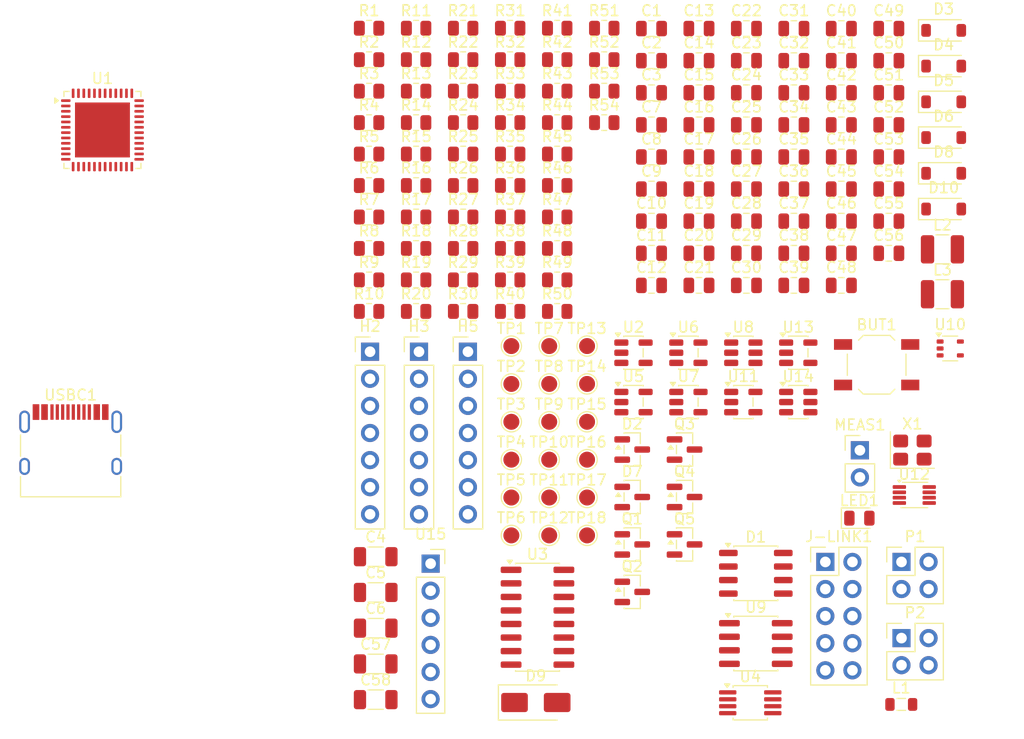
<source format=kicad_pcb>
(kicad_pcb (version 20241229) (generator "pcbnew") (generator_version "9.0")
  (layers (0 "F.Cu" signal) (2 "B.Cu" signal) (13 "F.Paste" user) (15 "B.Paste" user) (5 "F.SilkS" user "F.Silkscreen") (7 "B.SilkS" user "B.Silkscreen") (1 "F.Mask" user) (3 "B.Mask" user) (25 "Edge.Cuts" user))
  (net 0 "")
  (net 1 "GND")
  (net 2 "Net-(U11-IN)")
  (net 3 "3V0")
  (net 4 "3V3")
  (net 5 "Vload")
  (net 6 "Net-(U11-ADJ)")
  (net 7 "Vbias")
  (net 8 "Net-(C9-Pad2)")
  (net 9 "PB03_PEAKDET_EN")
  (net 10 "USBSHIELD")
  (net 11 "RESET")
  (net 12 "SHAPER_OUT")
  (net 13 "Net-(Q1-C)")
  (net 14 "Net-(U4-+IN)")
  (net 15 "Net-(C29-Pad2)")
  (net 16 "Net-(C30-Pad2)")
  (net 17 "Net-(D2-C)")
  (net 18 "Net-(U6-VIN-)")
  (net 19 "Net-(U14--IN)")
  (net 20 "PA04_RAMP_OUT")
  (net 21 "Net-(U1-PA01)")
  (net 22 "Net-(U1-PA00)")
  (net 23 "Net-(U1-VDDCORE)")
  (net 24 "Net-(U1-VDDANA)")
  (net 25 "VL")
  (net 26 "Net-(D10-K)")
  (net 27 "USBDP")
  (net 28 "Vbus")
  (net 31 "USBDN")
  (net 32 "Net-(D2-A)")
  (net 33 "Net-(D3-K)")
  (net 34 "Net-(D4-A)")
  (net 35 "Net-(D4-K)")
  (net 36 "Net-(D6-K)")
  (net 37 "Net-(D6-A)")
  (net 38 "PA18_TRG_OUT")
  (net 39 "Net-(U3-Q0)")
  (net 40 "Net-(D8-A)")
  (net 41 "Net-(H2-Pad3)")
  (net 42 "Net-(H2-Pad5)")
  (net 43 "Net-(H2-Pad2)")
  (net 44 "Net-(H2-Pad4)")
  (net 45 "Net-(H2-Pad1)")
  (net 46 "Net-(H2-Pad6)")
  (net 47 "Net-(H3-Pad3)")
  (net 48 "Net-(H3-Pad2)")
  (net 49 "Net-(H3-Pad1)")
  (net 50 "Net-(H3-Pad6)")
  (net 51 "Net-(H3-Pad4)")
  (net 52 "Net-(H3-Pad5)")
  (net 53 "PA07_PEAKDET_OUT")
  (net 54 "SiPM_A")
  (net 55 "PA08_RESET")
  (net 56 "SWDCLK")
  (net 59 "SWDIO")
  (net 61 "Net-(L2-Pad2)")
  (net 62 "Net-(LED1-A)")
  (net 63 "Net-(LED1-C)")
  (net 64 "Net-(U2-VOUT)")
  (net 65 "PA17_SCL")
  (net 66 "PA16_SDA")
  (net 67 "Net-(Q1-B)")
  (net 68 "Net-(Q2-B)")
  (net 69 "VExt")
  (net 70 "PA21")
  (net 71 "Net-(Q4-D)")
  (net 72 "Net-(Q5-C)")
  (net 73 "USBVBUS")
  (net 74 "Net-(USBC1-CC1)")
  (net 75 "Net-(USBC1-CC2)")
  (net 76 "PA02_DAC_HV")
  (net 77 "Net-(BUT1-C)")
  (net 78 "Net-(U13-IN+)")
  (net 79 "PB10_HV_COMP_OUT")
  (net 80 "Net-(U13-IN-)")
  (net 81 "Net-(U4--IN)")
  (net 82 "Net-(U10-Y)")
  (net 83 "PA05_DAC_THR")
  (net 84 "PA11_RAMP_TRG")
  (net 85 "Net-(U14-+IN)")
  (net 86 "PA03_RAMP_EN")
  (net 87 "PA23_TRG_OUT")
  (net 88 "PA13_RX")
  (net 89 "PB11")
  (net 90 "PA20")
  (net 91 "PB08")
  (net 92 "PB02")
  (net 93 "PB23")
  (net 94 "PA06")
  (net 95 "PB22")
  (net 96 "PA22")
  (net 97 "PB09")
  (net 98 "PA09")
  (net 99 "TX")
  (net 100 "RX")
  (net 101 "PA15_PEAKDET_DISABLE")
  (net 102 "PA14_AFE_EN")
  (net 103 "PA10_PWM")
  (net 105 "PA12_TX")
  (net 112 "Net-(U9-Pad1)")
  (footprint "Capacitor_SMD:C_0805_2012Metric" (layer "F.Cu") (at 155.4507 69.7012)
    (property "Reference" "C55" (at 0 -1.68 0) (layer "F.SilkS"))
    (property "Value" "100nF")
    (pad "1" smd roundrect (at -0.95 0) (size 1 1.45) (layers "F.Cu" "F.Mask" "F.Paste") (net 1 "GND"))
    (pad "2" smd roundrect (at 0.95 0) (size 1 1.45) (layers "F.Cu" "F.Mask" "F.Paste") (net 4 "3V3"))
  )
  (footprint "Capacitor_SMD:C_0805_2012Metric" (layer "F.Cu") (at 142.1007 66.6912)
    (property "Reference" "C27" (at 0 -1.68 0) (layer "F.SilkS"))
    (property "Value" "100nF")
    (pad "1" smd roundrect (at -0.95 0) (size 1 1.45) (layers "F.Cu" "F.Mask" "F.Paste") (net 1 "GND"))
    (pad "2" smd roundrect (at 0.95 0) (size 1 1.45) (layers "F.Cu" "F.Mask" "F.Paste") (net 4 "3V3"))
  )
  (footprint "Capacitor_SMD:C_0805_2012Metric" (layer "F.Cu") (at 142.1007 72.7112)
    (property "Reference" "C29" (at 0 -1.68 0) (layer "F.SilkS"))
    (property "Value" "1nF")
    (pad "1" smd roundrect (at -0.95 0) (size 1 1.45) (layers "F.Cu" "F.Mask" "F.Paste") (net 1 "GND"))
    (pad "2" smd roundrect (at 0.95 0) (size 1 1.45) (layers "F.Cu" "F.Mask" "F.Paste") (net 15 "Net-(C29-Pad2)"))
  )
  (footprint "Capacitor_SMD:C_0805_2012Metric" (layer "F.Cu") (at 155.4507 51.6412)
    (property "Reference" "C49" (at 0 -1.68 0) (layer "F.SilkS"))
    (property "Value" "4.7uF")
    (pad "1" smd roundrect (at -0.95 0) (size 1 1.45) (layers "F.Cu" "F.Mask" "F.Paste") (net 1 "GND"))
    (pad "2" smd roundrect (at 0.95 0) (size 1 1.45) (layers "F.Cu" "F.Mask" "F.Paste") (net 24 "Net-(U1-VDDANA)"))
  )
  (footprint "Capacitor_SMD:C_0805_2012Metric" (layer "F.Cu") (at 142.1007 54.6512)
    (property "Reference" "C23" (at 0 -1.68 0) (layer "F.SilkS"))
    (property "Value" "100nF")
    (pad "1" smd roundrect (at -0.95 0) (size 1 1.45) (layers "F.Cu" "F.Mask" "F.Paste") (net 1 "GND"))
    (pad "2" smd roundrect (at 0.95 0) (size 1 1.45) (layers "F.Cu" "F.Mask" "F.Paste") (net 4 "3V3"))
  )
  (footprint "TestPoint:TestPoint_Pad_D1.5mm" (layer "F.Cu") (at 123.6107 99.1612)
    (property "Reference" "TP12" (at 0 -1.648 0) (layer "F.SilkS"))
    (property "Value" "1-POINT TEST POINT")
    (pad "1" smd circle (at 0 0) (size 1.5 1.5) (layers "F.Cu" "F.Mask") (net 69 "VExt"))
  )
  (footprint "Package_TO_SOT_SMD:SOT-23" (layer "F.Cu") (at 131.3907 100.0112)
    (property "Reference" "Q1" (at 0 -2.4 0) (layer "F.SilkS"))
    (property "Value" "BC847_C2910145")
    (pad "1" smd roundrect (at -0.9375 -0.95) (size 1.475 0.6) (layers "F.Cu" "F.Mask" "F.Paste") (net 67 "Net-(Q1-B)"))
    (pad "2" smd roundrect (at -0.9375 0.95) (size 1.475 0.6) (layers "F.Cu" "F.Mask" "F.Paste") (net 1 "GND"))
    (pad "3" smd roundrect (at 0.9375 0) (size 1.475 0.6) (layers "F.Cu" "F.Mask" "F.Paste") (net 13 "Net-(Q1-C)"))
  )
  (footprint "Capacitor_SMD:C_0805_2012Metric" (layer "F.Cu") (at 146.5507 51.6412)
    (property "Reference" "C31" (at 0 -1.68 0) (layer "F.SilkS"))
    (property "Value" "1uF")
    (pad "1" smd roundrect (at -0.95 0) (size 1 1.45) (layers "F.Cu" "F.Mask" "F.Paste") (net 1 "GND"))
    (pad "2" smd roundrect (at 0.95 0) (size 1 1.45) (layers "F.Cu" "F.Mask" "F.Paste") (net 7 "Vbias"))
  )
  (footprint "Resistor_SMD:R_0805_2012Metric" (layer "F.Cu") (at 111.1307 78.1612)
    (property "Reference" "R20" (at 0 -1.65 0) (layer "F.SilkS"))
    (property "Value" "100Ω")
    (pad "1" smd roundrect (at -0.9125 0) (size 1.025 1.4) (layers "F.Cu" "F.Mask" "F.Paste") (roundrect_rratio 0.243902) (net 35 "Net-(D4-K)"))
    (pad "2" smd roundrect (at 0.9125 0) (size 1.025 1.4) (layers "F.Cu" "F.Mask" "F.Paste") (roundrect_rratio 0.243902) (net 13 "Net-(Q1-C)"))
  )
  (footprint "TestPoint:TestPoint_Pad_D1.5mm" (layer "F.Cu") (at 123.6107 88.5112)
    (property "Reference" "TP9" (at 0 -1.648 0) (layer "F.SilkS"))
    (property "Value" "1-POINT TEST POINT")
    (pad "1" smd circle (at 0 0) (size 1.5 1.5) (layers "F.Cu" "F.Mask") (net 54 "SiPM_A"))
  )
  (footprint "Capacitor_SMD:C_0805_2012Metric" (layer "F.Cu") (at 137.6507 69.7012)
    (property "Reference" "C19" (at 0 -1.68 0) (layer "F.SilkS"))
    (property "Value" "4.7uF")
    (pad "1" smd roundrect (at -0.95 0) (size 1 1.45) (layers "F.Cu" "F.Mask" "F.Paste") (net 1 "GND"))
    (pad "2" smd roundrect (at 0.95 0) (size 1 1.45) (layers "F.Cu" "F.Mask" "F.Paste") (net 4 "3V3"))
  )
  (footprint "Connector_PinHeader_2.54mm:PinHeader_1x07_P2.54mm_Vertical" (layer "F.Cu") (at 106.8107 81.9412)
    (property "Reference" "H2" (at 0 -2.38 0) (layer "F.SilkS"))
    (property "Value" "KH-2.54PH180-1X7P-L11.5")
    (pad "1" thru_hole rect (at 0 0) (size 1.7 1.7) (drill 1) (layers "*.Cu" "*.Mask") (net 45 "Net-(H2-Pad1)"))
    (pad "2" thru_hole circle (at 0 2.54) (size 1.7 1.7) (drill 1) (layers "*.Cu" "*.Mask") (net 43 "Net-(H2-Pad2)"))
    (pad "3" thru_hole circle (at 0 5.08) (size 1.7 1.7) (drill 1) (layers "*.Cu" "*.Mask") (net 41 "Net-(H2-Pad3)"))
    (pad "4" thru_hole circle (at 0 7.62) (size 1.7 1.7) (drill 1) (layers "*.Cu" "*.Mask") (net 44 "Net-(H2-Pad4)"))
    (pad "5" thru_hole circle (at 0 10.16) (size 1.7 1.7) (drill 1) (layers "*.Cu" "*.Mask") (net 42 "Net-(H2-Pad5)"))
    (pad "6" thru_hole circle (at 0 12.7) (size 1.7 1.7) (drill 1) (layers "*.Cu" "*.Mask") (net 46 "Net-(H2-Pad6)"))
    (pad "7" thru_hole circle (at 0 15.24) (size 1.7 1.7) (drill 1) (layers "*.Cu" "*.Mask") (net 4 "3V3"))
  )
  (footprint "Resistor_SMD:R_0805_2012Metric" (layer "F.Cu") (at 124.3607 54.5612)
    (property "Reference" "R42" (at 0 -1.65 0) (layer "F.SilkS"))
    (property "Value" "100kΩ")
    (pad "1" smd roundrect (at -0.9125 0) (size 1.025 1.4) (layers "F.Cu" "F.Mask" "F.Paste") (roundrect_rratio 0.243902) (net 1 "GND"))
    (pad "2" smd roundrect (at 0.9125 0) (size 1.025 1.4) (layers "F.Cu" "F.Mask" "F.Paste") (roundrect_rratio 0.243902) (net 71 "Net-(Q4-D)"))
  )
  (footprint "Capacitor_SMD:C_0805_2012Metric" (layer "F.Cu") (at 133.2007 51.6412)
    (property "Reference" "C1" (at 0 -1.68 0) (layer "F.SilkS"))
    (property "Value" "1uF")
    (pad "1" smd roundrect (at -0.95 0) (size 1 1.45) (layers "F.Cu" "F.Mask" "F.Paste") (net 1 "GND"))
    (pad "2" smd roundrect (at 0.95 0) (size 1 1.45) (layers "F.Cu" "F.Mask" "F.Paste") (net 2 "Net-(U11-IN)"))
  )
  (footprint "Capacitor_SMD:C_0805_2012Metric" (layer "F.Cu") (at 146.5507 69.7012)
    (property "Reference" "C37" (at 0 -1.68 0) (layer "F.SilkS"))
    (property "Value" "1uF")
    (pad "1" smd roundrect (at -0.95 0) (size 1 1.45) (layers "F.Cu" "F.Mask" "F.Paste") (net 20 "PA04_RAMP_OUT"))
    (pad "2" smd roundrect (at 0.95 0) (size 1 1.45) (layers "F.Cu" "F.Mask" "F.Paste") (net 19 "Net-(U14--IN)"))
  )
  (footprint "Package_TO_SOT_SMD:SOT-23-6" (layer "F.Cu") (at 141.8107 82.0362)
    (property "Reference" "U8" (at 0 -2.4 0) (layer "F.SilkS"))
    (property "Value" "TLR341G-GTR")
    (pad "1" smd roundrect (at -1.1375 -0.95) (size 1.325 0.6) (layers "F.Cu" "F.Mask" "F.Paste") (net 13 "Net-(Q1-C)"))
    (pad "2" smd roundrect (at -1.1375 0) (size 1.325 0.6) (layers "F.Cu" "F.Mask" "F.Paste") (net 1 "GND"))
    (pad "3" smd roundrect (at -1.1375 0.95) (size 1.325 0.6) (layers "F.Cu" "F.Mask" "F.Paste") (net 53 "PA07_PEAKDET_OUT"))
    (pad "4" smd roundrect (at 1.1375 0.95) (size 1.325 0.6) (layers "F.Cu" "F.Mask" "F.Paste") (net 53 "PA07_PEAKDET_OUT"))
    (pad "5" smd roundrect (at 1.1375 0) (size 1.325 0.6) (layers "F.Cu" "F.Mask" "F.Paste") (net 9 "PB03_PEAKDET_EN"))
    (pad "6" smd roundrect (at 1.1375 -0.95) (size 1.325 0.6) (layers "F.Cu" "F.Mask" "F.Paste") (net 4 "3V3"))
  )
  (footprint "Resistor_SMD:R_0805_2012Metric" (layer "F.Cu") (at 124.3607 60.4612)
    (property "Reference" "R44" (at 0 -1.65 0) (layer "F.SilkS"))
    (property "Value" "1kΩ")
    (pad "1" smd roundrect (at -0.9125 0) (size 1.025 1.4) (layers "F.Cu" "F.Mask" "F.Paste") (roundrect_rratio 0.243902) (net 49 "Net-(H3-Pad1)"))
    (pad "2" smd roundrect (at 0.9125 0) (size 1.025 1.4) (layers "F.Cu" "F.Mask" "F.Paste") (roundrect_rratio 0.243902) (net 90 "PA20"))
  )
  (footprint "Resistor_SMD:R_0805_2012Metric" (layer "F.Cu") (at 119.9507 63.4112)
    (property "Reference" "R35" (at 0 -1.65 0) (layer "F.SilkS"))
    (property "Value" "47kΩ")
    (pad "1" smd roundrect (at -0.9125 0) (size 1.025 1.4) (layers "F.Cu" "F.Mask" "F.Paste") (roundrect_rratio 0.243902) (net 1 "GND"))
    (pad "2" smd roundrect (at 0.9125 0) (size 1.025 1.4) (layers "F.Cu" "F.Mask" "F.Paste") (roundrect_rratio 0.243902) (net 85 "Net-(U14-+IN)"))
  )
  (footprint "Resistor_SMD:R_0805_2012Metric" (layer "F.Cu") (at 124.3607 75.2112)
    (property "Reference" "R49" (at 0 -1.65 0) (layer "F.SilkS"))
    (property "Value" "1kΩ")
    (pad "1" smd roundrect (at -0.9125 0) (size 1.025 1.4) (layers "F.Cu" "F.Mask" "F.Paste") (roundrect_rratio 0.243902) (net 52 "Net-(H3-Pad5)"))
    (pad "2" smd roundrect (at 0.9125 0) (size 1.025 1.4) (layers "F.Cu" "F.Mask" "F.Paste") (roundrect_rratio 0.243902) (net 95 "PB22"))
  )
  (footprint "Connector_PinHeader_2.54mm:PinHeader_2x02_P2.54mm_Vertical" (layer "F.Cu") (at 156.6407 101.6512)
    (property "Reference" "P1" (at 1.27 -2.38 0) (layer "F.SilkS"))
    (property "Value" "Header-Male-2.54_2x2")
    (pad "1" thru_hole rect (at 0 0) (size 1.7 1.7) (drill 1) (layers "*.Cu" "*.Mask") (net 1 "GND"))
    (pad "2" thru_hole circle (at 2.54 0) (size 1.7 1.7) (drill 1) (layers "*.Cu" "*.Mask") (net 1 "GND"))
    (pad "3" thru_hole circle (at 0 2.54) (size 1.7 1.7) (drill 1) (layers "*.Cu" "*.Mask") (net 54 "SiPM_A"))
    (pad "4" thru_hole circle (at 2.54 2.54) (size 1.7 1.7) (drill 1) (layers "*.Cu" "*.Mask") (net 7 "Vbias"))
  )
  (footprint "Resistor_SMD:R_0805_2012Metric" (layer "F.Cu") (at 119.9507 78.1612)
    (property "Reference" "R40" (at 0 -1.65 0) (layer "F.SilkS"))
    (property "Value" "1kΩ")
    (pad "1" smd roundrect (at -0.9125 0) (size 1.025 1.4) (layers "F.Cu" "F.Mask" "F.Paste") (roundrect_rratio 0.243902) (net 56 "SWDCLK"))
    (pad "2" smd roundrect (at 0.9125 0) (size 1.025 1.4) (layers "F.Cu" "F.Mask" "F.Paste") (roundrect_rratio 0.243902) (net 4 "3V3"))
  )
  (footprint "Button_Switch_SMD:SW_SPST_TL3342" (layer "F.Cu") (at 154.3107 83.1612)
    (property "Reference" "BUT1" (at 0 -3.75 0) (layer "F.SilkS"))
    (property "Value" "TS-1187A-B-A-B")
    (pad "1" smd rect (at -3.15 -1.9) (size 1.7 1) (layers "F.Cu" "F.Mask" "F.Paste") (net 1 "GND"))
    (pad "1" smd rect (at 3.15 -1.9) (size 1.7 1) (layers "F.Cu" "F.Mask" "F.Paste") (net 1 "GND"))
    (pad "2" smd rect (at -3.15 1.9) (size 1.7 1) (layers "F.Cu" "F.Mask" "F.Paste") (net 1 "GND"))
    (pad "2" smd rect (at 3.15 1.9) (size 1.7 1) (layers "F.Cu" "F.Mask" "F.Paste") (net 1 "GND"))
  )
  (footprint "Resistor_SMD:R_0805_2012Metric" (layer "F.Cu") (at 124.3607 57.5112)
    (property "Reference" "R43" (at 0 -1.65 0) (layer "F.SilkS"))
    (property "Value" "1kΩ")
    (pad "1" smd roundrect (at -0.9125 0) (size 1.025 1.4) (layers "F.Cu" "F.Mask" "F.Paste") (roundrect_rratio 0.243902) (net 48 "Net-(H3-Pad2)"))
    (pad "2" smd roundrect (at 0.9125 0) (size 1.025 1.4) (layers "F.Cu" "F.Mask" "F.Paste") (roundrect_rratio 0.243902) (net 89 "PB11"))
  )
  (footprint "Capacitor_SMD:C_0805_2012Metric" (layer "F.Cu") (at 137.6507 66.6912)
    (property "Reference" "C18" (at 0 -1.68 0) (layer "F.SilkS"))
    (property "Value" "100nF")
    (pad "1" smd roundrect (at -0.95 0) (size 1 1.45) (layers "F.Cu" "F.Mask" "F.Paste") (net 1 "GND"))
    (pad "2" smd roundrect (at 0.95 0) (size 1 1.45) (layers "F.Cu" "F.Mask" "F.Paste") (net 4 "3V3"))
  )
  (footprint "Capacitor_SMD:C_0805_2012Metric" (layer "F.Cu") (at 133.2007 54.6512)
    (property "Reference" "C2" (at 0 -1.68 0) (layer "F.SilkS"))
    (property "Value" "10nF")
    (pad "1" smd roundrect (at -0.95 0) (size 1 1.45) (layers "F.Cu" "F.Mask" "F.Paste") (net 1 "GND"))
    (pad "2" smd roundrect (at 0.95 0) (size 1 1.45) (layers "F.Cu" "F.Mask" "F.Paste") (net 3 "3V0"))
  )
  (footprint "Resistor_SMD:R_0805_2012Metric" (layer "F.Cu") (at 111.1307 72.2612)
    (property "Reference" "R18" (at 0 -1.65 0) (layer "F.SilkS"))
    (property "Value" "100Ω")
    (pad "1" smd roundrect (at -0.9125 0) (size 1.025 1.4) (layers "F.Cu" "F.Mask" "F.Paste") (roundrect_rratio 0.243902) (net 1 "GND"))
    (pad "2" smd roundrect (at 0.9125 0) (size 1.025 1.4) (layers "F.Cu" "F.Mask" "F.Paste") (roundrect_rratio 0.243902) (net 54 "SiPM_A"))
  )
  (footprint "Capacitor_SMD:C_0805_2012Metric" (layer "F.Cu") (at 151.0007 57.6612)
    (property "Reference" "C42" (at 0 -1.68 0) (layer "F.SilkS"))
    (property "Value" "18pF")
    (pad "1" smd roundrect (at -0.95 0) (size 1 1.45) (layers "F.Cu" "F.Mask" "F.Paste") (net 1 "GND"))
    (pad "2" smd roundrect (at 0.95 0) (size 1 1.45) (layers "F.Cu" "F.Mask" "F.Paste") (net 21 "Net-(U1-PA01)"))
  )
  (footprint "TestPoint:TestPoint_Pad_D1.5mm" (layer "F.Cu") (at 123.6107 92.0612)
    (property "Reference" "TP10" (at 0 -1.648 0) (layer "F.SilkS"))
    (property "Value" "1-POINT TEST POINT")
    (pad "1" smd circle (at 0 0) (size 1.5 1.5) (layers "F.Cu" "F.Mask") (net 12 "SHAPER_OUT"))
  )
  (footprint "Capacitor_SMD:C_0805_2012Metric" (layer "F.Cu") (at 137.6507 60.6712)
    (property "Reference" "C16" (at 0 -1.68 0) (layer "F.SilkS"))
    (property "Value" "1nF")
    (pad "1" smd roundrect (at -0.95 0) (size 1 1.45) (layers "F.Cu" "F.Mask" "F.Paste") (net 1 "GND"))
    (pad "2" smd roundrect (at 0.95 0) (size 1 1.45) (layers "F.Cu" "F.Mask" "F.Paste") (net 13 "Net-(Q1-C)"))
  )
  (footprint "Capacitor_SMD:C_0805_2012Metric" (layer "F.Cu") (at 146.5507 57.6612)
    (property "Reference" "C33" (at 0 -1.68 0) (layer "F.SilkS"))
    (property "Value" "1uF")
    (pad "1" smd roundrect (at -0.95 0) (size 1 1.45) (layers "F.Cu" "F.Mask" "F.Paste") (net 1 "GND"))
    (pad "2" smd roundrect (at 0.95 0) (size 1 1.45) (layers "F.Cu" "F.Mask" "F.Paste") (net 4 "3V3"))
  )
  (footprint "Resistor_SMD:R_0805_2012Metric" (layer "F.Cu") (at 119.9507 57.5112)
    (property "Reference" "R33" (at 0 -1.65 0) (layer "F.SilkS"))
    (property "Value" "1kΩ")
    (pad "1" smd roundrect (at -0.9125 0) (size 1.025 1.4) (layers "F.Cu" "F.Mask" "F.Paste") (roundrect_rratio 0.243902) (net 83 "PA05_DAC_THR"))
    (pad "2" smd roundrect (at 0.9125 0) (size 1.025 1.4) (layers "F.Cu" "F.Mask" "F.Paste") (roundrect_rratio 0.243902) (net 18 "Net-(U6-VIN-)"))
  )
  (footprint "Resistor_SMD:R_0805_2012Metric" (layer "F.Cu") (at 124.3607 78.1612)
    (property "Reference" "R50" (at 0 -1.65 0) (layer "F.SilkS"))
    (property "Value" "1kΩ")
    (pad "1" smd roundrect (at -0.9125 0) (size 1.025 1.4) (layers "F.Cu" "F.Mask" "F.Paste") (roundrect_rratio 0.243902) (net 47 "Net-(H3-Pad3)"))
    (pad "2" smd roundrect (at 0.9125 0) (size 1.025 1.4) (layers "F.Cu" "F.Mask" "F.Paste") (roundrect_rratio 0.243902) (net 87 "PA23_TRG_OUT"))
  )
  (footprint "Package_TO_SOT_SMD:SOT-23-6" (layer "F.Cu") (at 146.9607 86.6612)
    (property "Reference" "U14" (at 0 -2.4 0) (layer "F.SilkS"))
    (property "Value" "TLR341G-GTR")
    (pad "1" smd roundrect (at -1.1375 -0.95) (size 1.325 0.6) (layers "F.Cu" "F.Mask" "F.Paste") (net 85 "Net-(U14-+IN)"))
    (pad "2" smd roundrect (at -1.1375 0) (size 1.325 0.6) (layers "F.Cu" "F.Mask" "F.Paste") (net 1 "GND"))
    (pad "3" smd roundrect (at -1.1375 0.95) (size 1.325 0.6) (layers "F.Cu" "F.Mask" "F.Paste") (net 19 "Net-(U14--IN)"))
    (pad "4" smd roundrect (at 1.1375 0.95) (size 1.325 0.6) (layers "F.Cu" "F.Mask" "F.Paste") (net 20 "PA04_RAMP_OUT"))
    (pad "5" smd roundrect (at 1.1375 0) (size 1.325 0.6) (layers "F.Cu" "F.Mask" "F.Paste") (net 86 "PA03_RAMP_EN"))
    (pad "6" smd roundrect (at 1.1375 -0.95) (size 1.325 0.6) (layers "F.Cu" "F.Mask" "F.Paste") (net 4 "3V3"))
  )
  (footprint "Package_SO:SOIC-16_3.9x9.9mm_P1.27mm" (layer "F.Cu") (at 122.5107 106.8362)
    (property "Reference" "U3" (at 0 -5.9 0) (layer "F.SilkS"))
    (property "Value" "MC14043BDR2G")
    (pad "1" smd roundrect (at -2.475 -4.445) (size 1.95 0.6) (layers "F.Cu" "F.Mask" "F.Paste"))
    (pad "2" smd roundrect (at -2.475 -3.175) (size 1.95 0.6) (layers "F.Cu" "F.Mask" "F.Paste") (net 39 "Net-(U3-Q0)"))
    (pad "3" smd roundrect (at -2.475 -1.905) (size 1.95 0.6) (layers "F.Cu" "F.Mask" "F.Paste") (net 101 "PA15_PEAKDET_DISABLE"))
    (pad "4" smd roundrect (at -2.475 -0.635) (size 1.95 0.6) (layers "F.Cu" "F.Mask" "F.Paste") (net 38 "PA18_TRG_OUT"))
    (pad "5" smd roundrect (at -2.475 0.635) (size 1.95 0.6) (layers "F.Cu" "F.Mask" "F.Paste") (net 4 "3V3"))
    (pad "6" smd roundrect (at -2.475 1.905) (size 1.95 0.6) (layers "F.Cu" "F.Mask" "F.Paste") (net 1 "GND"))
    (pad "7" smd roundrect (at -2.475 3.175) (size 1.95 0.6) (layers "F.Cu" "F.Mask" "F.Paste") (net 1 "GND"))
    (pad "8" smd roundrect (at -2.475 4.445) (size 1.95 0.6) (layers "F.Cu" "F.Mask" "F.Paste") (net 1 "GND"))
    (pad "9" smd roundrect (at 2.475 4.445) (size 1.95 0.6) (layers "F.Cu" "F.Mask" "F.Paste"))
    (pad "10" smd roundrect (at 2.475 3.175) (size 1.95 0.6) (layers "F.Cu" "F.Mask" "F.Paste"))
    (pad "11" smd roundrect (at 2.475 1.905) (size 1.95 0.6) (layers "F.Cu" "F.Mask" "F.Paste") (net 1 "GND"))
    (pad "12" smd roundrect (at 2.475 0.635) (size 1.95 0.6) (layers "F.Cu" "F.Mask" "F.Paste") (net 1 "GND"))
    (pad "13" smd roundrect (at 2.475 -0.635) (size 1.95 0.6) (layers "F.Cu" "F.Mask" "F.Paste"))
    (pad "14" smd roundrect (at 2.475 -1.905) (size 1.95 0.6) (layers "F.Cu" "F.Mask" "F.Paste") (net 1 "GND"))
    (pad "15" smd roundrect (at 2.475 -3.175) (size 1.95 0.6) (layers "F.Cu" "F.Mask" "F.Paste") (net 1 "GND"))
    (pad "16" smd roundrect (at 2.475 -4.445) (size 1.95 0.6) (layers "F.Cu" "F.Mask" "F.Paste") (net 4 "3V3"))
  )
  (footprint "Capacitor_SMD:C_0805_2012Metric" (layer "F.Cu") (at 133.2007 66.6912)
    (property "Reference" "C9" (at 0 -1.68 0) (layer "F.SilkS"))
    (property "Value" "30pF")
    (pad "1" smd roundrect (at -0.95 0) (size 1 1.45) (layers "F.Cu" "F.Mask" "F.Paste") (net 9 "PB03_PEAKDET_EN"))
    (pad "2" smd roundrect (at 0.95 0) (size 1 1.45) (layers "F.Cu" "F.Mask" "F.Paste") (net 8 "Net-(C9-Pad2)"))
  )
  (footprint "Package_TO_SOT_SMD:SOT-23" (layer "F.Cu") (at 136.3007 95.5612)
    (property "Reference" "Q4" (at 0 -2.4 0) (layer "F.SilkS"))
    (property "Value" "AO3401A")
    (pad "1" smd roundrect (at -0.9375 -0.95) (size 1.475 0.6) (layers "F.Cu" "F.Mask" "F.Paste") (net 70 "PA21"))
    (pad "2" smd roundrect (at -0.9375 0.95) (size 1.475 0.6) (layers "F.Cu" "F.Mask" "F.Paste") (net 26 "Net-(D10-K)"))
    (pad "3" smd roundrect (at 0.9375 0) (size 1.475 0.6) (layers "F.Cu" "F.Mask" "F.Paste") (net 71 "Net-(Q4-D)"))
  )
  (footprint "Package_SO:SO-8_3.9x4.9mm_P1.27mm" (layer "F.Cu") (at 142.9807 102.7162)
    (property "Reference" "D1" (at 0 -3.4 0) (layer "F.SilkS"))
    (property "Value" "NUP2114UCMR6T1G")
    (pad "1" smd roundrect (at -2.575 -1.905) (size 1.75 0.6) (layers "F.Cu" "F.Mask" "F.Paste") (net 31 "USBDN"))
    (pad "2" smd roundrect (at -2.575 -0.635) (size 1.75 0.6) (layers "F.Cu" "F.Mask" "F.Paste") (net 1 "GND"))
    (pad "3" smd roundrect (at -2.575 0.635) (size 1.75 0.6) (layers "F.Cu" "F.Mask" "F.Paste"))
    (pad "4" smd roundrect (at -2.575 1.905) (size 1.75 0.6) (layers "F.Cu" "F.Mask" "F.Paste"))
    (pad "5" smd roundrect (at 2.575 1.905) (size 1.75 0.6) (layers "F.Cu" "F.Mask" "F.Paste") (net 28 "Vbus"))
    (pad "6" smd roundrect (at 2.575 0.635) (size 1.75 0.6) (layers "F.Cu" "F.Mask" "F.Paste") (net 27 "USBDP"))
    (pad "7" smd roundrect (at 2.575 -0.635) (size 1.75 0.6) (layers "F.Cu" "F.Mask" "F.Paste"))
    (pad "8" smd roundrect (at 2.575 -1.905) (size 1.75 0.6) (layers "F.Cu" "F.Mask" "F.Paste"))
  )
  (footprint "Crystal:Crystal_SMD_3225-4Pin_3.2x2.5mm" (layer "F.Cu") (at 157.6607 91.1612)
    (property "Reference" "X1" (at 0 -2.45 0) (layer "F.SilkS"))
    (property "Value" "32.768kHz")
    (pad "1" smd roundrect (at -1.1 0.85) (size 1.4 1.2) (layers "F.Cu" "F.Mask" "F.Paste") (roundrect_rratio 0.208333) (net 21 "Net-(U1-PA01)"))
    (pad "2" smd roundrect (at 1.1 0.85) (size 1.4 1.2) (layers "F.Cu" "F.Mask" "F.Paste") (roundrect_rratio 0.208333) (net 22 "Net-(U1-PA00)"))
    (pad "3" smd roundrect (at 1.1 -0.85) (size 1.4 1.2) (layers "F.Cu" "F.Mask" "F.Paste") (roundrect_rratio 0.208333))
    (pad "4" smd roundrect (at -1.1 -0.85) (size 1.4 1.2) (layers "F.Cu" "F.Mask" "F.Paste") (roundrect_rratio 0.208333))
  )
  (footprint "Capacitor_SMD:C_0805_2012Metric" (layer "F.Cu") (at 137.6507 54.6512)
    (property "Reference" "C14" (at 0 -1.68 0) (layer "F.SilkS"))
    (property "Value" "1uF")
    (pad "1" smd roundrect (at -0.95 0) (size 1 1.45) (layers "F.Cu" "F.Mask" "F.Paste") (net 1 "GND"))
    (pad "2" smd roundrect (at 0.95 0) (size 1 1.45) (layers "F.Cu" "F.Mask" "F.Paste") (net 4 "3V3"))
  )
  (footprint "Capacitor_SMD:C_0805_2012Metric" (layer "F.Cu") (at 142.1007 69.7012)
    (property "Reference" "C28" (at 0 -1.68 0) (layer "F.SilkS"))
    (property "Value" "1uF")
    (pad "1" smd roundrect (at -0.95 0) (size 1 1.45) (layers "F.Cu" "F.Mask" "F.Paste") (net 1 "GND"))
    (pad "2" smd roundrect (at 0.95 0) (size 1 1.45) (layers "F.Cu" "F.Mask" "F.Paste") (net 7 "Vbias"))
  )
  (footprint "Connector_PinHeader_2.54mm:PinHeader_2x05_P2.54mm_Vertical" (layer "F.Cu") (at 149.5007 101.6512)
    (property "Reference" "J-LINK1" (at 1.27 -2.38 0) (layer "F.SilkS"))
    (property "Value" "20021111-00010T4LF")
    (pad "1" thru_hole rect (at 0 0) (size 1.7 1.7) (drill 1) (layers "*.Cu" "*.Mask") (net 4 "3V3"))
    (pad "2" thru_hole circle (at 2.54 0) (size 1.7 1.7) (drill 1) (layers "*.Cu" "*.Mask") (net 59 "SWDIO"))
    (pad "3" thru_hole circle (at 0 2.54) (size 1.7 1.7) (drill 1) (layers "*.Cu" "*.Mask") (net 1 "GND"))
    (pad "4" thru_hole circle (at 2.54 2.54) (size 1.7 1.7) (drill 1) (layers "*.Cu" "*.Mask") (net 56 "SWDCLK"))
    (pad "5" thru_hole circle (at 0 5.08) (size 1.7 1.7) (drill 1) (layers "*.Cu" "*.Mask") (net 1 "GND"))
    (pad "6" thru_hole circle (at 2.54 5.08) (size 1.7 1.7) (drill 1) (layers "*.Cu" "*.Mask"))
    (pad "7" thru_hole circle (at 0 7.62) (size 1.7 1.7) (drill 1) (layers "*.Cu" "*.Mask"))
    (pad "8" thru_hole circle (at 2.54 7.62) (size 1.7 1.7) (drill 1) (layers "*.Cu" "*.Mask"))
    (pad "9" thru_hole circle (at 0 10.16) (size 1.7 1.7) (drill 1) (layers "*.Cu" "*.Mask") (net 1 "GND"))
    (pad "10" thru_hole circle (at 2.54 10.16) (size 1.7 1.7) (drill 1) (layers "*.Cu" "*.Mask") (net 11 "RESET"))
  )
  (footprint "Resistor_SMD:R_0805_2012Metric" (layer "F.Cu") (at 115.5407 78.1612)
    (property "Reference" "R30" (at 0 -1.65 0) (layer "F.SilkS"))
    (property "Value" "1kΩ")
    (pad "1" smd roundrect (at -0.9125 0) (size 1.025 1.4) (layers "F.Cu" "F.Mask" "F.Paste") (roundrect_rratio 0.243902) (net 16 "Net-(C30-Pad2)"))
    (pad "2" smd roundrect (at 0.9125 0) (size 1.025 1.4) (layers "F.Cu" "F.Mask" "F.Paste") (roundrect_rratio 0.243902) (net 14 "Net-(U4-+IN)"))
  )
  (footprint "Resistor_SMD:R_0805_2012Metric" (layer "F.Cu") (at 115.5407 66.3612)
    (property "Reference" "R26" (at 0 -1.65 0) (layer "F.SilkS"))
    (property "Value" "2.2kΩ")
    (pad "1" smd roundrect (at -0.9125 0) (size 1.025 1.4) (layers "F.Cu" "F.Mask" "F.Paste") (roundrect_rratio 0.243902) (net 8 "Net-(C9-Pad2)"))
    (pad "2" smd roundrect (at 0.9125 0) (size 1.025 1.4) (layers "F.Cu" "F.Mask" "F.Paste") (roundrect_rratio 0.243902) (net 67 "Net-(Q1-B)"))
  )
  (footprint "Resistor_SMD:R_0805_2012Metric" (layer "F.Cu") (at 115.5407 51.6112)
    (property "Reference" "R21" (at 0 -1.65 0) (layer "F.SilkS"))
    (property "Value" "6.8kΩ")
    (pad "1" smd roundrect (at -0.9125 0) (size 1.025 1.4) (layers "F.Cu" "F.Mask" "F.Paste") (roundrect_rratio 0.243902) (net 55 "PA08_RESET"))
    (pad "2" smd roundrect (at 0.9125 0) (size 1.025 1.4) (layers "F.Cu" "F.Mask" "F.Paste") (roundrect_rratio 0.243902) (net 67 "Net-(Q1-B)"))
  )
  (footprint "Connector_PinHeader_2.54mm:PinHeader_1x07_P2.54mm_Vertical" (layer "F.Cu") (at 111.4007 81.9412)
    (property "Reference" "H3" (at 0 -2.38 0) (layer "F.SilkS"))
    (property "Value" "KH-2.54PH180-1X7P-L11.5")
    (pad "1" thru_hole rect (at 0 0) (size 1.7 1.7) (drill 1) (layers "*.Cu" "*.Mask") (net 49 "Net-(H3-Pad1)"))
    (pad "2" thru_hole circle (at 0 2.54) (size 1.7 1.7) (drill 1) (layers "*.Cu" "*.Mask") (net 48 "Net-(H3-Pad2)"))
    (pad "3" thru_hole circle (at 0 5.08) (size 1.7 1.7) (drill 1) (layers "*.Cu" "*.Mask") (net 47 "Net-(H3-Pad3)"))
    (pad "4" thru_hole circle (at 0 7.62) (size 1.7 1.7) (drill 1) (layers "*.Cu" "*.Mask") (net 51 "Net-(H3-Pad4)"))
    (pad "5" thru_hole circle (at 0 10.16) (size 1.7 1.7) (drill 1) (layers "*.Cu" "*.Mask") (net 52 "Net-(H3-Pad5)"))
    (pad "6" thru_hole circle (at 0 12.7) (size 1.7 1.7) (drill 1) (layers "*.Cu" "*.Mask") (net 50 "Net-(H3-Pad6)"))
    (pad "7" thru_hole circle (at 0 15.24) (size 1.7 1.7) (drill 1) (layers "*.Cu" "*.Mask") (net 1 "GND"))
  )
  (footprint "Capacitor_SMD:C_0805_2012Metric" (layer "F.Cu") (at 155.4507 57.6612)
    (property "Reference" "C51" (at 0 -1.68 0) (layer "F.SilkS"))
    (property "Value" "100nF")
    (pad "1" smd roundrect (at -0.95 0) (size 1 1.45) (layers "F.Cu" "F.Mask" "F.Paste") (net 1 "GND"))
    (pad "2" smd roundrect (at 0.95 0) (size 1 1.45) (layers "F.Cu" "F.Mask" "F.Paste") (net 4 "3V3"))
  )
  (footprint "Package_TO_SOT_SMD:SOT-23-5" (layer "F.Cu") (at 136.6607 82.0362)
    (property "Reference" "U6" (at 0 -2.4 0) (layer "F.SilkS"))
    (property "Value" "TLV3201AIDBVT")
    (pad "1" smd roundrect (at -1.1375 -0.95) (size 1.325 0.6) (layers "F.Cu" "F.Mask" "F.Paste") (net 38 "PA18_TRG_OUT"))
    (pad "2" smd roundrect (at -1.1375 0) (size 1.325 0.6) (layers "F.Cu" "F.Mask" "F.Paste") (net 1 "GND"))
    (pad "3" smd roundrect (at -1.1375 0.95) (size 1.325 0.6) (layers "F.Cu" "F.Mask" "F.Paste") (net 12 "SHAPER_OUT"))
    (pad "4" smd roundrect (at 1.1375 0.95) (size 1.325 0.6) (layers "F.Cu" "F.Mask" "F.Paste") (net 18 "Net-(U6-VIN-)"))
    (pad "5" smd roundrect (at 1.1375 -0.95) (size 1.325 0.6) (layers "F.Cu" "F.Mask" "F.Paste") (net 4 "3V3"))
  )
  (footprint "TestPoint:TestPoint_Pad_D1.5mm" (layer "F.Cu") (at 120.0607 99.1612)
    (property "Reference" "TP6" (at 0 -1.648 0) (layer "F.SilkS"))
    (property "Value" "1-POINT TEST POINT")
    (pad "1" smd circle (at 0 0) (size 1.5 1.5) (layers "F.Cu" "F.Mask") (net 64 "Net-(U2-VOUT)"))
  )
  (footprint "Capacitor_SMD:C_0805_2012Metric" (layer "F.Cu") (at 142.1007 63.6812)
    (property "Reference" "C26" (at 0 -1.68 0) (layer "F.SilkS"))
    (property "Value" "100nF")
    (pad "1" smd roundrect (at -0.95 0) (size 1 1.45) (layers "F.Cu" "F.Mask" "F.Paste") (net 1 "GND"))
    (pad "2" smd roundrect (at 0.95 0) (size 1 1.45) (layers "F.Cu" "F.Mask" "F.Paste") (net 4 "3V3"))
  )
  (footprint "Connector_PinHeader_2.54mm:PinHeader_1x02_P2.54mm_Vertical" (layer "F.Cu") (at 152.7407 91.1812)
    (property "Reference" "MEAS1" (at 0 -2.38 0) (layer "F.SilkS"))
    (property "Value" "KH-2.54PH90-1X2P-L13.8")
    (pad "1" thru_hole rect (at 0 0) (size 1.7 1.7) (drill 1) (layers "*.Cu" "*.Mask") (net 64 "Net-(U2-VOUT)"))
    (pad "2" thru_hole circle (at 0 2.54) (size 1.7 1.7) (drill 1) (layers "*.Cu" "*.Mask") (net 4 "3V3"))
  )
  (footprint "Capacitor_SMD:C_0805_2012Metric" (layer "F.Cu") (at 151.0007 54.6512)
    (property "Reference" "C41" (at 0 -1.68 0) (layer "F.SilkS"))
    (property "Value" "100nF")
    (pad "1" smd roundrect (at -0.95 0) (size 1 1.45) (layers "F.Cu" "F.Mask" "F.Paste") (net 1 "GND"))
    (pad "2" smd roundrect (at 0.95 0) (size 1 1.45) (layers "F.Cu" "F.Mask" "F.Paste") (net 4 "3V3"))
  )
  (footprint "Capacitor_SMD:C_0805_2012Metric" (layer "F.Cu") (at 146.5507 66.6912)
    (property "Reference" "C36" (at 0 -1.68 0) (layer "F.SilkS"))
    (property "Value" "100nF")
    (pad "1" smd roundrect (at -0.95 0) (size 1 1.45) (layers "F.Cu" "F.Mask" "F.Paste") (net 1 "GND"))
    (pad "2" smd roundrect (at 0.95 0) (size 1 1.45) (layers "F.Cu" "F.Mask" "F.Paste") (net 4 "3V3"))
  )
  (footprint "Capacitor_SMD:C_0805_2012Metric" (layer "F.Cu") (at 133.2007 63.6812)
    (property "Reference" "C8" (at 0 -1.68 0) (layer "F.SilkS"))
    (property "Value" "10nF")
    (pad "1" smd roundrect (at -0.95 0) (size 1 1.45) (layers "F.Cu" "F.Mask" "F.Paste") (net 6 "Net-(U11-ADJ)"))
    (pad "2" smd roundrect (at 0.95 0) (size 1 1.45) (layers "F.Cu" "F.Mask" "F.Paste") (net 7 "Vbias"))
  )
  (footprint "TestPoint:TestPoint_Pad_D1.5mm" (layer "F.Cu") (at 127.1607 88.5112)
    (property "Reference" "TP15" (at 0 -1.648 0) (layer "F.SilkS"))
    (property "Value" "1-POINT TEST POINT")
    (pad "1" smd circle (at 0 0) (size 1.5 1.5) (layers "F.Cu" "F.Mask") (net 100 "RX"))
  )
  (footprint "Resistor_SMD:R_0805_2012Metric" (layer "F.Cu") (at 119.9507 51.6112)
    (property "Reference" "R31" (at 0 -1.65 0) (layer "F.SilkS"))
    (property "Value" "510Ω")
    (pad "1" smd roundrect (at -0.9125 0) (size 1.025 1.4) (layers "F.Cu" "F.Mask" "F.Paste") (roundrect_rratio 0.243902) (net 33 "Net-(D3-K)"))
    (pad "2" smd roundrect (at 0.9125 0) (size 1.025 1.4) (layers "F.Cu" "F.Mask" "F.Paste") (roundrect_rratio 0.243902) (net 16 "Net-(C30-Pad2)"))
  )
  (footprint "Diode_SMD:D_SOD-123" (layer "F.Cu") (at 160.5957 58.5112)
    (property "Reference" "D5" (at 0 -2 0) (layer "F.SilkS"))
    (property "Value" "1N4148W_C81598")
    (pad "1" smd roundrect (at -1.65 0) (size 0.9 1.2) (layers "F.Cu" "F.Mask" "F.Paste") (net 3 "3V0"))
    (pad "2" smd roundrect (at 1.65 0) (size 0.9 1.2) (layers "F.Cu" "F.Mask" "F.Paste") (net 33 "Net-(D3-K)"))
  )
  (footprint "Package_TO_SOT_SMD:SOT-23" (layer "F.Cu") (at 131.3907 91.1112)
    (property "Reference" "D2" (at 0 -2.4 0) (layer "F.SilkS"))
    (property "Value" "BAS21HT1G")
    (pad "1" smd roundrect (at -0.9375 -0.95) (size 1.475 0.6) (layers "F.Cu" "F.Mask" "F.Paste") (net 17 "Net-(D2-C)"))
    (pad "2" smd roundrect (at -0.9375 0.95) (size 1.475 0.6) (layers "F.Cu" "F.Mask" "F.Paste") (net 32 "Net-(D2-A)"))
    (pad "3" smd roundrect (at 0.9375 0) (size 1.475 0.6) (layers "F.Cu" "F.Mask" "F.Paste"))
  )
  (footprint "TestPoint:TestPoint_Pad_D1.5mm" (layer "F.Cu") (at 123.6107 95.6112)
    (property "Reference" "TP11" (at 0 -1.648 0) (layer "F.SilkS"))
    (property "Value" "1-POINT TEST POINT")
    (pad "1" smd circle (at 0 0) (size 1.5 1.5) (layers "F.Cu" "F.Mask") (net 38 "PA18_TRG_OUT"))
  )
  (footprint "Resistor_SMD:R_0805_2012Metric" (layer "F.Cu") (at 106.7207 75.2112)
    (property "Reference" "R9" (at 0 -1.65 0) (layer "F.SilkS"))
    (property "Value" "1kΩ")
    (pad "1" smd roundrect (at -0.9125 0) (size 1.025 1.4) (layers "F.Cu" "F.Mask" "F.Paste") (roundrect_rratio 0.243902) (net 76 "PA02_DAC_HV"))
    (pad "2" smd roundrect (at 0.9125 0) (size 1.025 1.4) (layers "F.Cu" "F.Mask" "F.Paste") (roundrect_rratio 0.243902) (net 15 "Net-(C29-Pad2)"))
  )
  (footprint "Capacitor_SMD:C_0805_2012Metric" (layer "F.Cu") (at 151.0007 63.6812)
    (property "Reference" "C44" (at 0 -1.68 0) (layer "F.SilkS"))
    (property "Value" "4.7uF")
    (pad "1" smd roundrect (at -0.95 0) (size 1 1.45) (layers "F.Cu" "F.Mask" "F.Paste") (net 1 "GND"))
    (pad "2" smd roundrect (at 0.95 0) (size 1 1.45) (layers "F.Cu" "F.Mask" "F.Paste") (net 4 "3V3"))
  )
  (footprint "Diode_SMD:D_SMA" (layer "F.Cu") (at 122.3557 114.8312)
    (property "Reference" "D9" (at 0 -2.5 0) (layer "F.SilkS"))
    (property "Value" "SS34_C8678")
    (pad "1" smd roundrect (at -2 0) (size 2.5 1.8) (layers "F.Cu" "F.Mask" "F.Paste") (roundrect_rratio 0.1388888889) (net 5 "Vload"))
    (pad "2" smd roundrect (at 2 0) (size 2.5 1.8) (layers "F.Cu" "F.Mask" "F.Paste") (roundrect_rratio 0.1388888889) (net 28 "Vbus"))
  )
  (footprint "Connector_PinSocket_2.54mm:PinSocket_1x06_P2.54mm_Vertical" (layer "F.Cu") (at 112.4907 101.8112)
    (property "Reference" "U15" (at 0 -2.77 0) (layer "F.SilkS"))
    (property "Value" "803-87-006-10-001101")
    (pad "1" thru_hole rect (at 0 0) (size 1.7 1.7) (drill 1) (layers "*.Cu" "*.Mask") (net 1 "GND"))
    (pad "2" thru_hole circle (at 0 2.54) (size 1.7 1.7) (drill 1) (layers "*.Cu" "*.Mask") (net 69 "VExt"))
    (pad "3" thru_hole circle (at 0 5.08) (size 1.7 1.7) (drill 1) (layers "*.Cu" "*.Mask") (net 100 "RX"))
    (pad "4" thru_hole circle (at 0 7.62) (size 1.7 1.7) (drill 1) (layers "*.Cu" "*.Mask") (net 4 "3V3"))
    (pad "5" thru_hole circle (at 0 10.16) (size 1.7 1.7) (drill 1) (layers "*.Cu" "*.Mask") (net 99 "TX"))
    (pad "6" thru_hole circle (at 0 12.7) (size 1.7 1.7) (drill 1) (layers "*.Cu" "*.Mask") (net 25 "VL"))
  )
  (footprint "Resistor_SMD:R_0805_2012Metric" (layer "F.Cu") (at 115.5407 75.2112)
    (property "Reference" "R29" (at 0 -1.65 0) (layer "F.SilkS"))
    (property "Value" "1kΩ")
    (pad "1" smd roundrect (at -0.9125 0) (size 1.025 1.4) (layers "F.Cu" "F.Mask" "F.Paste") (roundrect_rratio 0.243902) (net 1 "GND"))
    (pad "2" smd roundrect (at 0.9125 0) (size 1.025 1.4) (layers "F.Cu" "F.Mask" "F.Paste") (roundrect_rratio 0.243902) (net 81 "Net-(U4--IN)"))
  )
  (footprint "Package_TO_SOT_SMD:SOT-23" (layer "F.Cu") (at 136.3007 91.1112)
    (property "Reference" "Q3" (at 0 -2.4 0) (layer "F.SilkS"))
    (property "Value" "AO3401A")
    (pad "1" smd roundrect (at -0.9375 -0.95) (size 1.475 0.6) (layers "F.Cu" "F.Mask" "F.Paste") (net 28 "Vbus"))
    (pad "2" smd roundrect (at -0.9375 0.95) (size 1.475 0.6) (layers "F.Cu" "F.Mask" "F.Paste") (net 5 "Vload"))
    (pad "3" smd roundrect (at 0.9375 0) (size 1.475 0.6) (layers "F.Cu" "F.Mask" "F.Paste") (net 69 "VExt"))
  )
  (footprint "Diode_SMD:D_SOD-123" (layer "F.Cu") (at 160.5957 51.8112)
    (property "Reference" "D3" (at 0 -2 0) (layer "F.SilkS"))
    (property "Value" "1N4148W_C81598")
    (pad "1" smd roundrect (at -1.65 0) (size 0.9 1.2) (layers "F.Cu" "F.Mask" "F.Paste") (net 33 "Net-(D3-K)"))
    (pad "2" smd roundrect (at 1.65 0) (size 0.9 1.2) (layers "F.Cu" "F.Mask" "F.Paste") (net 1 "GND"))
  )
  (footprint "Resistor_SMD:R_0805_2012Metric" (layer "F.Cu") (at 111.1307 57.5112)
    (property "Reference" "R13" (at 0 -1.65 0) (layer "F.SilkS"))
    (property "Value" "100kΩ")
    (pad "1" smd roundrect (at -0.9125 0) (size 1.025 1.4) (layers "F.Cu" "F.Mask" "F.Paste") (roundrect_rratio 0.243902) (net 78 "Net-(U13-IN+)"))
    (pad "2" smd roundrect (at 0.9125 0) (size 1.025 1.4) (layers "F.Cu" "F.Mask" "F.Paste") (roundrect_rratio 0.243902) (net 4 "3V3"))
  )
  (footprint "Resistor_SMD:R_0805_2012Metric" (layer "F.Cu") (at 111.1307 63.4112)
    (property "Reference" "R15" (at 0 -1.65 0) (layer "F.SilkS"))
    (property "Value" "5.6MΩ")
    (pad "1" smd roundrect (at -0.9125 0) (size 1.025 1.4) (layers "F.Cu" "F.Mask" "F.Paste") (roundrect_rratio 0.243902) (net 6 "Net-(U11-ADJ)"))
    (pad "2" smd roundrect (at 0.9125 0) (size 1.025 1.4) (layers "F.Cu" "F.Mask" "F.Paste") (roundrect_rratio 0.243902) (net 7 "Vbias"))
  )
  (footprint "Capacitor_SMD:C_0805_2012Metric" (layer "F.Cu") (at 137.6507 57.6612)
    (property "Reference" "C15" (at 0 -1.68 0) (layer "F.SilkS"))
    (property "Value" "1nF")
    (pad "1" smd roundrect (at -0.95 0) (size 1 1.45) (layers "F.Cu" "F.Mask" "F.Paste") (net 1 "GND"))
    (pad "2" smd roundrect (at 0.95 0) (size 1 1.45) (layers "F.Cu" "F.Mask" "F.Paste") (net 12 "SHAPER_OUT"))
  )
  (footprint "Capacitor_SMD:C_0805_2012Metric" (layer "F.Cu") (at 155.4507 72.7112)
    (property "Reference" "C56" (at 0 -1.68 0) (layer "F.SilkS"))
    (property "Value" "100nF")
    (pad "1" smd roundrect (at -0.95 0) (size 1 1.45) (layers "F.Cu" "F.Mask" "F.Paste") (net 1 "GND"))
    (pad "2" smd roundrect (at 0.95 0) (size 1 1.45) (layers "F.Cu" "F.Mask" "F.Paste") (net 25 "VL"))
  )
  (footprint "Package_SO:SOIC-8_3.9x4.9mm_P1.27mm" (layer "F.Cu") (at 142.9807 109.3012)
    (property "Reference" "U9" (at 0 -3.4 0) (layer "F.SilkS"))
    (property "Value" "MF-ASML020/6-2")
    (pad "1" smd roundrect (at -2.475 -1.905) (size 1.95 0.6) (layers "F.Cu" "F.Mask" "F.Paste") (net 112 "Net-(U9-Pad1)"))
    (pad "2" smd roundrect (at -2.475 -0.635) (size 1.95 0.6) (layers "F.Cu" "F.Mask" "F.Paste") (net 28 "Vbus"))
    (pad "3" smd roundrect (at -2.475 0.635) (size 1.95 0.6) (layers "F.Cu" "F.Mask" "F.Paste"))
    (pad "4" smd roundrect (at -2.475 1.905) (size 1.95 0.6) (layers "F.Cu" "F.Mask" "F.Paste"))
    (pad "5" smd roundrect (at 2.475 1.905) (size 1.95 0.6) (layers "F.Cu" "F.Mask" "F.Paste"))
    (pad "6" smd roundrect (at 2.475 0.635) (size 1.95 0.6) (layers "F.Cu" "F.Mask" "F.Paste"))
    (pad "7" smd roundrect (at 2.475 -0.635) (size 1.95 0.6) (layers "F.Cu" "F.Mask" "F.Paste"))
    (pad "8" smd roundrect (at 2.475 -1.905) (size 1.95 0.6) (layers "F.Cu" "F.Mask" "F.Paste"))
  )
  (footprint "Connector_PinHeader_2.54mm:PinHeader_2x02_P2.54mm_Vertical" (layer "F.Cu") (at 156.6407 108.7912)
    (property "Reference" "P2" (at 1.27 -2.38 0) (layer "F.SilkS"))
    (property "Value" "Header-Male-2.54_2x2")
    (pad "1" thru_hole rect (at 0 0) (size 1.7 1.7) (drill 1) (layers "*.Cu" "*.Mask") (net 65 "PA17_SCL"))
    (pad "2" thru_hole circle (at 2.54 0) (size 1.7 1.7) (drill 1) (layers "*.Cu" "*.Mask") (net 66 "PA16_SDA"))
    (pad "3" thru_hole circle (at 0 2.54) (size 1.7 1.7) (drill 1) (layers "*.Cu" "*.Mask") (net 1 "GND"))
    (pad "4" thru_hole circle (at 2.54 2.54) (size 1.7 1.7) (drill 1) (layers "*.Cu" "*.Mask") (net 4 "3V3"))
  )
  (footprint "Resistor_SMD:R_0805_2012Metric" (layer "F.Cu") (at 106.7207 63.4112)
    (property "Reference" "R5" (at 0 -1.65 0) (layer "F.SilkS"))
    (property "Value" "220kΩ")
    (pad "1" smd roundrect (at -0.9125 0) (size 1.025 1.4) (layers "F.Cu" "F.Mask" "F.Paste") (roundrect_rratio 0.243902) (net 1 "GND"))
    (pad "2" smd roundrect (at 0.9125 0) (size 1.025 1.4) (layers "F.Cu" "F.Mask" "F.Paste") (roundrect_rratio 0.243902) (net 6 "Net-(U11-ADJ)"))
  )
  (footprint "Package_SO:MSOP-8_3x3mm_P0.65mm" (layer "F.Cu") (at 142.4607 114.8562)
    (property "Reference" "U4" (at 0 -2.45 0) (layer "F.SilkS"))
    (property "Value" "LMV793MFX/NOPB")
    (pad "1" smd roundrect (at -2.1125 -0.975) (size 1.625 0.4) (layers "F.Cu" "F.Mask" "F.Paste") (net 12 "SHAPER_OUT"))
    (pad "2" smd roundrect (at -2.1125 -0.325) (size 1.625 0.4) (layers "F.Cu" "F.Mask" "F.Paste") (net 1 "GND"))
    (pad "3" smd roundrect (at -2.1125 0.325) (size 1.625 0.4) (layers "F.Cu" "F.Mask" "F.Paste") (net 14 "Net-(U4-+IN)"))
    (pad "4" smd roundrect (at -2.1125 0.975) (size 1.625 0.4) (layers "F.Cu" "F.Mask" "F.Paste") (net 81 "Net-(U4--IN)"))
    (pad "5" smd roundrect (at 2.1125 0.975) (size 1.625 0.4) (layers "F.Cu" "F.Mask" "F.Paste") (net 3 "3V0"))
    (pad "6" smd roundrect (at 2.1125 0.325) (size 1.625 0.4) (layers "F.Cu" "F.Mask" "F.Paste"))
    (pad "7" smd roundrect (at 2.1125 -0.325) (size 1.625 0.4) (layers "F.Cu" "F.Mask" "F.Paste"))
    (pad "8" smd roundrect (at 2.1125 -0.975) (size 1.625 0.4) (layers "F.Cu" "F.Mask" "F.Paste"))
  )
  (footprint "TestPoint:TestPoint_Pad_D1.5mm" (layer "F.Cu") (at 127.1607 84.9612)
    (property "Reference" "TP14" (at 0 -1.648 0) (layer "F.SilkS"))
    (property "Value" "1-POINT TEST POINT")
    (pad "1" smd circle (at 0 0) (size 1.5 1.5) (layers "F.Cu" "F.Mask") (net 99 "TX"))
  )
  (footprint "Resistor_SMD:R_0805_2012Metric" (layer "F.Cu") (at 128.7707 51.6112)
    (property "Reference" "R51" (at 0 -1.65 0) (layer "F.SilkS"))
    (property "Value" "1kΩ")
    (pad "1" smd roundrect (at -0.9125 0) (size 1.025 1.4) (layers "F.Cu" "F.Mask" "F.Paste") (roundrect_rratio 0.243902) (net 50 "Net-(H3-Pad6)"))
    (pad "2" smd roundrect (at 0.9125 0) (size 1.025 1.4) (layers "F.Cu" "F.Mask" "F.Paste") (roundrect_rratio 0.243902) (net 96 "PA22"))
  )
  (footprint "Resistor_SMD:R_0805_2012Metric" (layer "F.Cu") (at 119.9507 75.2112)
    (property "Reference" "R39" (at 0 -1.65 0) (layer "F.SilkS"))
    (property "Value" "27kΩ")
    (pad "1" smd roundrect (at -0.9125 0) (size 1.025 1.4) (layers "F.Cu" "F.Mask" "F.Paste") (roundrect_rratio 0.243902) (net 4 "3V3"))
    (pad "2" smd roundrect (at 0.9125 0) (size 1.025 1.4) (layers "F.Cu" "F.Mask" "F.Paste") (roundrect_rratio 0.243902) (net 88 "PA13_RX"))
  )
  (footprint "Resistor_SMD:R_0805_2012Metric" (layer "F.Cu") (at 115.5407 54.5612)
    (property "Reference" "R22" (at 0 -1.65 0) (layer "F.SilkS"))
    (property "Value" "30kΩ")
    (pad "1" smd roundrect (at -0.9125 0) (size 1.025 1.4) (layers "F.Cu" "F.Mask" "F.Paste") (roundrect_rratio 0.243902) (net 54 "SiPM_A"))
    (pad "2" smd roundrect (at 0.9125 0) (size 1.025 1.4) (layers "F.Cu" "F.Mask" "F.Paste") (roundrect_rratio 0.243902) (net 3 "3V0"))
  )
  (footprint "Resistor_SMD:R_0805_2012Metric" (layer "F.Cu") (at 124.3607 72.2612)
    (property "Reference" "R48" (at 0 -1.65 0) (layer "F.SilkS"))
    (property "Value" "1kΩ")
    (pad "1" smd roundrect (at -0.9125 0) (size 1.025 1.4) (layers "F.Cu" "F.Mask" "F.Paste") (roundrect_rratio 0.243902) (net 43 "Net-(H2-Pad2)"))
    (pad "2" smd roundrect (at 0.9125 0) (size 1.025 1.4) (layers "F.Cu" "F.Mask" "F.Paste") (roundrect_rratio 0.243902) (net 94 "PA06"))
  )
  (footprint "Diode_SMD:D_SOD-123" (layer "F.Cu") (at 160.5957 61.8612)
    (property "Reference" "D6" (at 0 -2 0) (layer "F.SilkS"))
    (property "Value" "1N4148W_C81598")
    (pad "1" smd roundrect (at -1.65 0) (size 0.9 1.2) (layers "F.Cu" "F.Mask" "F.Paste") (net 36 "Net-(D6-K)"))
    (pad "2" smd roundrect (at 1.65 0) (size 0.9 1.2) (layers "F.Cu" "F.Mask" "F.Paste") (net 37 "Net-(D6-A)"))
  )
  (footprint "Resistor_SMD:R_0805_2012Metric" (layer "F.Cu") (at 119.9507 60.4612)
    (property "Reference" "R34" (at 0 -1.65 0) (layer "F.SilkS"))
    (property "Value" "200kΩ")
    (pad "1" smd roundrect (at -0.9125 0) (size 1.025 1.4) (layers "F.Cu" "F.Mask" "F.Paste") (roundrect_rratio 0.243902) (net 84 "PA11_RAMP_TRG"))
    (pad "2" smd roundrect (at 0.9125 0) (size 1.025 1.4) (layers "F.Cu" "F.Mask" "F.Paste") (roundrect_rratio 0.243902) (net 19 "Net-(U14--IN)"))
  )
  (footprint "Resistor_SMD:R_0805_2012Metric" (layer "F.Cu") (at 128.7707 60.4612)
    (property "Reference" "R54" (at 0 -1.65 0) (layer "F.SilkS"))
    (property "Value" "1kΩ")
    (pad "1" smd roundrect (at -0.9125 0) (size 1.025 1.4) (layers "F.Cu" "F.Mask" "F.Paste") (roundrect_rratio 0.243902) (net 41 "Net-(H2-Pad3)"))
    (pad "2" smd roundrect (at 0.9125 0) (size 1.025 1.4) (layers "F.Cu" "F.Mask" "F.Paste") (roundrect_rratio 0.243902) (net 98 "PA09"))
  )
  (footprint "TestPoint:TestPoint_Pad_D1.5mm" (layer "F.Cu") (at 127.1607 81.4112)
    (property "Reference" "TP13" (at 0 -1.648 0) (layer "F.SilkS"))
    (property "Value" "1-POINT TEST POINT")
    (pad "1" smd circle (at 0 0) (size 1.5 1.5) (layers "F.Cu" "F.Mask") (net 25 "VL"))
  )
  (footprint "Resistor_SMD:R_0805_2012Metric" (layer "F.Cu") (at 106.7207 51.6112)
    (property "Reference" "R1" (at 0 -1.65 0) (layer "F.SilkS"))
    (property "Value" "27kΩ")
    (pad "1" smd roundrect (at -0.9125 0) (size 1.025 1.4) (layers "F.Cu" "F.Mask" "F.Paste") (roundrect_rratio 0.243902) (net 73 "USBVBUS"))
    (pad "2" smd roundrect (at 0.9125 0) (size 1.025 1.4) (layers "F.Cu" "F.Mask" "F.Paste") (roundrect_rratio 0.243902) (net 28 "Vbus"))
  )
  (footprint "Resistor_SMD:R_0805_2012Metric" (layer "F.Cu") (at 128.7707 54.5612)
    (property "Reference" "R52" (at 0 -1.65 0) (layer "F.SilkS"))
    (property "Value" "1kΩ")
    (pad "1" smd roundrect (at -0.9125 0) (size 1.025 1.4) (layers "F.Cu" "F.Mask" "F.Paste") (roundrect_rratio 0.243902) (net 45 "Net-(H2-Pad1)"))
    (pad "2" smd roundrect (at 0.9125 0) (size 1.025 1.4) (layers "F.Cu" "F.Mask" "F.Paste") (roundrect_rratio 0.243902) (net 93 "PB23"))
  )
  (footprint "Resistor_SMD:R_0805_2012Metric" (layer "F.Cu") (at 111.1307 66.3612)
    (property "Reference" "R16" (at 0 -1.65 0) (layer "F.SilkS"))
    (property "Value" "100kΩ")
    (pad "1" smd roundrect (at -0.9125 0) (size 1.025 1.4) (layers "F.Cu" "F.Mask" "F.Paste") (roundrect_rratio 0.243902) (net 11 "RESET"))
    (pad "2" smd roundrect (at 0.9125 0) (size 1.025 1.4) (layers "F.Cu" "F.Mask" "F.Paste") (roundrect_rratio 0.243902) (net 4 "3V3"))
  )
  (footprint "Diode_SMD:D_SOD-123" (layer "F.Cu") (at 160.5957 65.2112)
    (property "Reference" "D8" (at 0 -2 0) (layer "F.SilkS"))
    (property "Value" "1N4148W_C81598")
    (pad "1" smd roundrect (at -1.65 0) (size 0.9 1.2) (layers "F.Cu" "F.Mask" "F.Paste") (net 37 "Net-(D6-A)"))
    (pad "2" smd roundrect (at 1.65 0) (size 0.9 1.2) (layers "F.Cu" "F.Mask" "F.Paste") (net 40 "Net-(D8-A)"))
  )
  (footprint "Capacitor_SMD:C_0805_2012Metric" (layer "F.Cu") (at 146.5507 60.6712)
    (property "Reference" "C34" (at 0 -1.68 0) (layer "F.SilkS"))
    (property "Value" "1nF")
    (pad "1" smd roundrect (at -0.95 0) (size 1 1.45) (layers "F.Cu" "F.Mask" "F.Paste") (net 1 "GND"))
    (pad "2" smd roundrect (at 0.95 0) (size 1 1.45) (layers "F.Cu" "F.Mask" "F.Paste") (net 18 "Net-(U6-VIN-)"))
  )
  (footprint "Capacitor_SMD:C_0805_2012Metric" (layer "F.Cu") (at 151.0007 51.6412)
    (property "Reference" "C40" (at 0 -1.68 0) (layer "F.SilkS"))
    (property "Value" "100nF")
    (pad "1" smd roundrect (at -0.95 0) (size 1 1.45) (layers "F.Cu" "F.Mask" "F.Paste") (net 1 "GND"))
    (pad "2" smd roundrect (at 0.95 0) (size 1 1.45) (layers "F.Cu" "F.Mask" "F.Paste") (net 4 "3V3"))
  )
  (footprint "Capacitor_SMD:C_0805_2012Metric" (layer "F.Cu") (at 133.2007 75.7212)
    (property "Reference" "C12" (at 0 -1.68 0) (layer "F.SilkS"))
    (property "Value" "100nF")
    (pad "1" smd roundrect (at -0.95 0) (size 1 1.45) (layers "F.Cu" "F.Mask" "F.Paste") (net 11 "RESET"))
    (pad "2" smd roundrect (at 0.95 0) (size 1 1.45) (layers "F.Cu" "F.Mask" "F.Paste") (net 1 "GND"))
  )
  (footprint "Resistor_SMD:R_0805_2012Metric" (layer "F.Cu") (at 124.3607 66.3612)
    (property "Reference" "R46" (at 0 -1.65 0) (layer "F.SilkS"))
    (property "Value" "1kΩ")
    (pad "1" smd roundrect (at -0.9125 0) (size 1.025 1.4) (layers "F.Cu" "F.Mask" "F.Paste") (roundrect_rratio 0.243902) (net 46 "Net-(H2-Pad6)"))
    (pad "2" smd roundrect (at 0.9125 0) (size 1.025 1.4) (layers "F.Cu" "F.Mask" "F.Paste") (roundrect_rratio 0.243902) (net 92 "PB02"))
  )
  (footprint "Connector_USB:USB_C_Receptacle_HRO_TYPE-C-31-M-12" (layer "F.Cu") (at 78.74 91.6432)
    (property "Reference" "USBC1" (at 0 -5.645 0) (layer "F.SilkS"))
    (property "Value" "USB3.1C16PFSMT")
    (pad "" np_thru_hole circle (at -2.89 -2.6) (size 0.65 0.65) (drill 0.65) (layers "*.Cu" "*.Mask"))
    (pad "" np_thru_hole circle (at 2.89 -2.6) (size 0.65 0.65) (drill 0.65) (layers "*.Cu" "*.Mask"))
    (pad "A1" smd rect (at -3.25 -4.045) (size 0.6 1.45) (layers "F.Cu" "F.Mask" "F.Paste") (net 1 "GND"))
    (pad "A4" smd rect (at -2.45 -4.045) (size 0.6 1.45) (layers "F.Cu" "F.Mask" "F.Paste") (net 112 "Net-(U9-Pad1)"))
    (pad "A5" smd rect (at -1.25 -4.045) (size 0.3 1.45) (layers "F.Cu" "F.Mask" "F.Paste") (net 74 "Net-(USBC1-CC1)"))
    (pad "A6" smd rect (at -0.25 -4.045) (size 0.3 1.45) (layers "F.Cu" "F.Mask" "F.Paste") (net 27 "USBDP"))
    (pad "A7" smd rect (at 0.25 -4.045) (size 0.3 1.45) (layers "F.Cu" "F.Mask" "F.Paste") (net 31 "USBDN"))
    (pad "A8" smd rect (at 1.25 -4.045) (size 0.3 1.45) (layers "F.Cu" "F.Mask" "F.Paste"))
    (pad "A9" smd rect (at 2.45 -4.045) (size 0.6 1.45) (layers "F.Cu" "F.Mask" "F.Paste") (net 112 "Net-(U9-Pad1)"))
    (pad "A12" smd rect (at 3.25 -4.045) (size 0.6 1.45) (layers "F.Cu" "F.Mask" "F.Paste") (net 1 "GND"))
    (pad "B1" smd rect (at 3.25 -4.045) (size 0.6 1.45) (layers "F.Cu" "F.Mask" "F.Paste"))
    (pad "B4" smd rect (at 2.45 -4.045) (size 0.6 1.45) (layers "F.Cu" "F.Mask" "F.Paste"))
    (pad "B5" smd rect (at 1.75 -4.045) (size 0.3 1.45) (layers "F.Cu" "F.Mask" "F.Paste") (net 75 "Net-(USBC1-CC2)"))
    (pad "B6" smd rect (at 0.75 -4.045) (size 0.3 1.45) (layers "F.Cu" "F.Mask" "F.Paste") (net 27 "USBDP"))
    (pad "B7" smd rect (at -0.75 -4.045) (size 0.3 1.45) (layers "F.Cu" "F.Mask" "F.Paste") (net 31 "USBDN"))
    (pad "B8" smd rect (at -1.75 -4.045) (size 0.3 1.45) (layers "F.Cu" "F.Mask" "F.Paste"))
    (pad "B9" smd rect (at -2.45 -4.045) (size 0.6 1.45) (layers "F.Cu" "F.Mask" "F.Paste"))
    (pad "B12" smd rect (at -3.25 -4.045) (size 0.6 1.45) (layers "F.Cu" "F.Mask" "F.Paste"))
    (pad "S1" thru_hole oval (at -4.32 -3.13) (size 1 2.1) (drill oval 0.6 1.7) (property pad_prop_heatsink) (layers "*.Cu" "*.Mask"))
    (pad "S1" thru_hole oval (at -4.32 1.05) (size 1 1.6) (drill oval 0.6 1.2) (property pad_prop_heatsink) (layers "*.Cu" "*.Mask"))
    (pad "S1" thru_hole oval (at 4.32 -3.13) (size 1 2.1) (drill oval 0.6 1.7) (property pad_prop_heatsink) (layers "*.Cu" "*.Mask"))
    (pad "S1" thru_hole oval (at 4.32 1.05) (size 1 1.6) (drill oval 0.6 1.2) (property pad_prop_heatsink) (layers "*.Cu" "*.Mask"))
  )
  (footprint "Inductor_SMD:L_1210_3225Metric" (layer "F.Cu") (at 160.4807 72.3412)
    (property "Reference" "L2" (at 0 -2.28 0) (layer "F.SilkS"))
    (property "Value" "10uH")
    (pad "1" smd roundrect (at -1.4 0) (size 1.25 2.65) (layers "F.Cu" "F.Mask" "F.Paste") (roundrect_rratio 0.2) (net 17 "Net-(D2-C)"))
    (pad "2" smd roundrect (at 1.4 0) (size 1.25 2.65) (layers "F.Cu" "F.Mask" "F.Paste") (roundrect_rratio 0.2) (net 61 "Net-(L2-Pad2)"))
  )
  (footprint "Capacitor_SMD:C_0805_2012Metric" (layer "F.Cu") (at 151.0007 60.6712)
    (property "Reference" "C43" (at 0 -1.68 0) (layer "F.SilkS"))
    (property "Value" "18pF")
    (pad "1" smd roundrect (at -0.95 0) (size 1 1.45) (layers "F.Cu" "F.Mask" "F.Paste") (net 1 "GND"))
    (pad "2" smd roundrect (at 0.95 0) (size 1 1.45) (layers "F.Cu" "F.Mask" "F.Paste") (net 22 "Net-(U1-PA00)"))
  )
  (footprint "Package_DFN_QFN:QFN-48-1EP_7x7mm_P0.5mm_EP5.15x5.15mm" (layer "F.Cu") (at 81.7218 61.1478)
    (property "Reference" "U1" (at 0 -4.83 0) (layer "F.SilkS"))
    (property "Value" "ATSAML21G18B-AUT")
    (pad "1" smd roundrect (at -3.4375 -2.75) (size 0.875 0.25) (layers "F.Cu" "F.Mask" "F.Paste") (net 22 "Net-(U1-PA00)"))
    (pad "2" smd roundrect (at -3.4375 -2.25) (size 0.875 0.25) (layers "F.Cu" "F.Mask" "F.Paste") (net 21 "Net-(U1-PA01)"))
    (pad "3" smd roundrect (at -3.4375 -1.75) (size 0.875 0.25) (layers "F.Cu" "F.Mask" "F.Paste") (net 76 "PA02_DAC_HV"))
    (pad "4" smd roundrect (at -3.4375 -1.25) (size 0.875 0.25) (layers "F.Cu" "F.Mask" "F.Paste") (net 86 "PA03_RAMP_EN"))
    (pad "5" smd roundrect (at -3.4375 -0.75) (size 0.875 0.25) (layers "F.Cu" "F.Mask" "F.Paste") (net 1 "GND"))
    (pad "6" smd roundrect (at -3.4375 -0.25) (size 0.875 0.25) (layers "F.Cu" "F.Mask" "F.Paste") (net 24 "Net-(U1-VDDANA)"))
    (pad "7" smd roundrect (at -3.4375 0.25) (size 0.875 0.25) (layers "F.Cu" "F.Mask" "F.Paste") (net 91 "PB08"))
    (pad "8" smd roundrect (at -3.4375 0.75) (size 0.875 0.25) (layers "F.Cu" "F.Mask" "F.Paste") (net 97 "PB09"))
    (pad "9" smd roundrect (at -3.4375 1.25) (size 0.875 0.25) (layers "F.Cu" "F.Mask" "F.Paste") (net 20 "PA04_RAMP_OUT"))
    (pad "10" smd roundrect (at -3.4375 1.75) (size 0.875 0.25) (layers "F.Cu" "F.Mask" "F.Paste") (net 83 "PA05_DAC_THR"))
    (pad "11" smd roundrect (at -3.4375 2.25) (size 0.875 0.25) (layers "F.Cu" "F.Mask" "F.Paste") (net 94 "PA06"))
    (pad "12" smd roundrect (at -3.4375 2.75) (size 0.875 0.25) (layers "F.Cu" "F.Mask" "F.Paste") (net 53 "PA07_PEAKDET_OUT"))
    (pad "13" smd roundrect (at -2.75 3.4375) (size 0.25 0.875) (layers "F.Cu" "F.Mask" "F.Paste") (net 55 "PA08_RESET"))
    (pad "14" smd roundrect (at -2.25 3.4375) (size 0.25 0.875) (layers "F.Cu" "F.Mask" "F.Paste") (net 98 "PA09"))
    (pad "15" smd roundrect (at -1.75 3.4375) (size 0.25 0.875) (layers "F.Cu" "F.Mask" "F.Paste") (net 103 "PA10_PWM"))
    (pad "16" smd roundrect (at -1.25 3.4375) (size 0.25 0.875) (layers "F.Cu" "F.Mask" "F.Paste") (net 84 "PA11_RAMP_TRG"))
    (pad "17" smd roundrect (at -0.75 3.4375) (size 0.25 0.875) (layers "F.Cu" "F.Mask" "F.Paste") (net 4 "3V3"))
    (pad "18" smd roundrect (at -0.25 3.4375) (size 0.25 0.875) (layers "F.Cu" "F.Mask" "F.Paste") (net 1 "GND"))
    (pad "19" smd roundrect (at 0.25 3.4375) (size 0.25 0.875) (layers "F.Cu" "F.Mask" "F.Paste") (net 79 "PB10_HV_COMP_OUT"))
    (pad "20" smd roundrect (at 0.75 3.4375) (size 0.25 0.875) (layers "F.Cu" "F.Mask" "F.Paste") (net 89 "PB11"))
    (pad "21" smd roundrect (at 1.25 3.4375) (size 0.25 0.875) (layers "F.Cu" "F.Mask" "F.Paste") (net 105 "PA12_TX"))
    (pad "22" smd roundrect (at 1.75 3.4375) (size 0.25 0.875) (layers "F.Cu" "F.Mask" "F.Paste") (net 88 "PA13_RX"))
    (pad "23" smd roundrect (at 2.25 3.4375) (size 0.25 0.875) (layers "F.Cu" "F.Mask" "F.Paste") (net 102 "PA14_AFE_EN"))
    (pad "24" smd roundrect (at 2.75 3.4375) (size 0.25 0.875) (layers "F.Cu" "F.Mask" "F.Paste") (net 101 "PA15_PEAKDET_DISABLE"))
    (pad "25" smd roundrect (at 3.4375 2.75) (size 0.875 0.25) (layers "F.Cu" "F.Mask" "F.Paste") (net 66 "PA16_SDA"))
    (pad "26" smd roundrect (at 3.4375 2.25) (size 0.875 0.25) (layers "F.Cu" "F.Mask" "F.Paste") (net 65 "PA17_SCL"))
    (pad "27" smd roundrect (at 3.4375 1.75) (size 0.875 0.25) (layers "F.Cu" "F.Mask" "F.Paste") (net 38 "PA18_TRG_OUT"))
    (pad "28" smd roundrect (at 3.4375 1.25) (size 0.875 0.25) (layers "F.Cu" "F.Mask" "F.Paste") (net 63 "Net-(LED1-C)"))
    (pad "29" smd roundrect (at 3.4375 0.75) (size 0.875 0.25) (layers "F.Cu" "F.Mask" "F.Paste") (net 90 "PA20"))
    (pad "30" smd roundrect (at 3.4375 0.25) (size 0.875 0.25) (layers "F.Cu" "F.Mask" "F.Paste") (net 70 "PA21"))
    (pad "31" smd roundrect (at 3.4375 -0.25) (size 0.875 0.25) (layers "F.Cu" "F.Mask" "F.Paste") (net 96 "PA22"))
    (pad "32" smd roundrect (at 3.4375 -0.75) (size 0.875 0.25) (layers "F.Cu" "F.Mask" "F.Paste") (net 87 "PA23_TRG_OUT"))
    (pad "33" smd roundrect (at 3.4375 -1.25) (size 0.875 0.25) (layers "F.Cu" "F.Mask" "F.Paste") (net 31 "USBDN"))
    (pad "34" smd roundrect (at 3.4375 -1.75) (size 0.875 0.25) (layers "F.Cu" "F.Mask" "F.Paste") (net 27 "USBDP"))
    (pad "35" smd roundrect (at 3.4375 -2.25) (size 0.875 0.25) (layers "F.Cu" "F.Mask" "F.Paste") (net 1 "GND"))
    (pad "36" smd roundrect (at 3.4375 -2.75) (size 0.875 0.25) (layers "F.Cu" "F.Mask" "F.Paste") (net 4 "3V3"))
    (pad "37" smd roundrect (at 2.75 -3.4375) (size 0.25 0.875) (layers "F.Cu" "F.Mask" "F.Paste") (net 95 "PB22"))
    (pad "38" smd roundrect (at 2.25 -3.4375) (size 0.25 0.875) (layers "F.Cu" "F.Mask" "F.Paste") (net 93 "PB23"))
    (pad "39" smd roundrect (at 1.75 -3.4375) (size 0.25 0.875) (layers "F.Cu" "F.Mask" "F.Paste") (net 73 "USBVBUS"))
    (pad "40" smd roundrect (at 1.25 -3.4375) (size 0.25 0.875) (layers "F.Cu" "F.Mask" "F.Paste") (net 11 "RESET"))
    (pad "41" smd roundrect (at 0.75 -3.4375) (size 0.25 0.875) (layers "F.Cu" "F.Mask" "F.Paste") (net 23 "Net-(U1-VDDCORE)"))
    (pad "42" smd roundrect (at 0.25 -3.4375) (size 0.25 0.875) (layers "F.Cu" "F.Mask" "F.Paste") (net 1 "GND"))
    (pad "43" smd roundrect (at -0.25 -3.4375) (size 0.25 0.875) (layers "F.Cu" "F.Mask" "F.Paste"))
    (pad "44" smd roundrect (at -0.75 -3.4375) (size 0.25 0.875) (layers "F.Cu" "F.Mask" "F.Paste") (net 4 "3V3"))
    (pad "45" smd roundrect (at -1.25 -3.4375) (size 0.25 0.875) (layers "F.Cu" "F.Mask" "F.Paste") (net 56 "SWDCLK"))
    (pad "46" smd roundrect (at -1.75 -3.4375) (size 0.25 0.875) (layers "F.Cu" "F.Mask" "F.Paste") (net 59 "SWDIO"))
    (pad "47" smd roundrect (at -2.25 -3.4375) (size 0.25 0.875) (layers "F.Cu" "F.Mask" "F.Paste") (net 92 "PB02"))
    (pad "48" smd roundrect (at -2.75 -3.4375) (size 0.25 0.875) (layers "F.Cu" "F.Mask" "F.Paste") (net 9 "PB03_PEAKDET_EN"))
    (pad "49" smd rect (at 0 0) (size 5.15 5.15) (property pad_prop_heatsink) (layers "F.Cu" "F.Mask"))
  )
  (footprint "Capacitor_SMD:C_1206_3216Metric" (layer "F.Cu") (at 107.3407 101.1612)
    (property "Reference" "C4" (at 0 -1.85 0) (layer "F.SilkS"))
    (property "Value" "10uF")
    (pad "1" smd roundrect (at -1.475 0) (size 1.15 1.8) (layers "F.Cu" "F.Mask" "F.Paste") (roundrect_rratio 0.217391) (net 1 "GND"))
    (pad "2" smd roundrect (at 1.475 0) (size 1.15 1.8) (layers "F.Cu" "F.Mask" "F.Paste") (roundrect_rratio 0.217391) (net 4 "3V3"))
  )
  (footprint "Resistor_SMD:R_0805_2012Metric" (layer "F.Cu") (at 119.9507 72.2612)
    (property "Reference" "R38" (at 0 -1.65 0) (layer "F.SilkS"))
    (property "Value" "0Ω")
    (pad "1" smd roundrect (at -0.9125 0) (size 1.025 1.4) (layers "F.Cu" "F.Mask" "F.Paste") (roundrect_rratio 0.243902) (net 38 "PA18_TRG_OUT"))
    (pad "2" smd roundrect (at 0.9125 0) (size 1.025 1.4) (layers "F.Cu" "F.Mask" "F.Paste") (roundrect_rratio 0.243902) (net 87 "PA23_TRG_OUT"))
  )
  (footprint "TestPoint:TestPoint_Pad_D1.5mm" (layer "F.Cu") (at 123.6107 84.9612)
    (property "Reference" "TP8" (at 0 -1.648 0) (layer "F.SilkS"))
    (property "Value" "1-POINT TEST POINT")
    (pad "1" smd circle (at 0 0) (size 1.5 1.5) (layers "F.Cu" "F.Mask") (net 5 "Vload"))
  )
  (footprint "Capacitor_SMD:C_0805_2012Metric" (layer "F.Cu") (at 151.0007 72.7112)
    (property "Reference" "C47" (at 0 -1.68 0) (layer "F.SilkS"))
    (property "Value" "4.7uF")
    (pad "1" smd roundrect (at -0.95 0) (size 1 1.45) (layers "F.Cu" "F.Mask" "F.Paste") (net 1 "GND"))
    (pad "2" smd roundrect (at 0.95 0) (size 1 1.45) (layers "F.Cu" "F.Mask" "F.Paste") (net 4 "3V3"))
  )
  (footprint "TestPoint:TestPoint_Pad_D1.5mm" (layer "F.Cu") (at 127.1607 95.6112)
    (property "Reference" "TP17" (at 0 -1.648 0) (layer "F.SilkS"))
    (property "Value" "1-POINT TEST POINT")
    (pad "1" smd circle (at 0 0) (size 1.5 1.5) (layers "F.Cu" "F.Mask") (net 1 "GND"))
  )
  (footprint "Inductor_SMD:L_1210_3225Metric" (layer "F.Cu") (at 160.4807 76.5512)
    (property "Reference" "L3" (at 0 -2.28 0) (layer "F.SilkS"))
    (property "Value" "470Ω")
    (pad "1" smd roundrect (at -1.4 0) (size 1.25 2.65) (layers "F.Cu" "F.Mask" "F.Paste") (roundrect_rratio 0.2) (net 4 "3V3"))
    (pad "2" smd roundrect (at 1.4 0) (size 1.25 2.65) (layers "F.Cu" "F.Mask" "F.Paste") (roundrect_rratio 0.2) (net 24 "Net-(U1-VDDANA)"))
  )
  (footprint "Capacitor_SMD:C_0805_2012Metric" (layer "F.Cu") (at 133.2007 69.7012)
    (property "Reference" "C10" (at 0 -1.68 0) (layer "F.SilkS"))
    (property "Value" "4.7nF")
    (pad "1" smd roundrect (at -0.95 0) (size 1 1.45) (layers "F.Cu" "F.Mask" "F.Paste") (net 1 "GND"))
    (pad "2" smd roundrect (at 0.95 0) (size 1 1.45) (layers "F.Cu" "F.Mask" "F.Paste") (net 10 "USBSHIELD"))
  )
  (footprint "Inductor_SMD:L_0805_2012Metric" (layer "F.Cu") (at 156.6207 115.0112)
    (property "Reference" "L1" (at 0 -1.55 0) (layer "F.SilkS"))
    (property "Value" "SDR0503-103JL")
    (pad "1" smd roundrect (at -1.0625 0) (size 0.875 1.2) (layers "F.Cu" "F.Mask" "F.Paste") (net 4 "3V3"))
    (pad "2" smd roundrect (at 1.0625 0) (size 0.875 1.2) (layers "F.Cu" "F.Mask" "F.Paste") (net 32 "Net-(D2-A)"))
  )
  (footprint "Resistor_SMD:R_0805_2012Metric" (layer "F.Cu") (at 106.7207 69.3112)
    (property "Reference" "R7" (at 0 -1.65 0) (layer "F.SilkS"))
    (property "Value" "5.1kΩ")
    (pad "1" smd roundrect (at -0.9125 0) (size 1.025 1.4) (layers "F.Cu" "F.Mask" "F.Paste") (roundrect_rratio 0.243902) (net 1 "GND"))
    (pad "2" smd roundrect (at 0.9125 0) (size 1.025 1.4) (layers "F.Cu" "F.Mask" "F.Paste") (roundrect_rratio 0.243902) (net 75 "Net-(USBC1-CC2)"))
  )
  (footprint "Capacitor_SMD:C_1206_3216Metric" (layer "F.Cu") (at 107.3407 111.2112)
    (property "Reference" "C57" (at 0 -1.85 0) (layer "F.SilkS"))
    (property "Value" "10uF")
    (pad "1" smd roundrect (at -1.475 0) (size 1.15 1.8) (layers "F.Cu" "F.Mask" "F.Paste") (roundrect_rratio 0.217391) (net 1 "GND"))
    (pad "2" smd roundrect (at 1.475 0) (size 1.15 1.8) (layers "F.Cu" "F.Mask" "F.Paste") (roundrect_rratio 0.217391) (net 5 "Vload"))
  )
  (footprint "Capacitor_SMD:C_0805_2012Metric" (layer "F.Cu") (at 146.5507 72.7112)
    (property "Reference" "C38" (at 0 -1.68 0) (layer "F.SilkS"))
    (property "Value" "4.7uF")
    (pad "1" smd roundrect (at -0.95 0) (size 1 1.45) (layers "F.Cu" "F.Mask" "F.Paste") (net 1 "GND"))
    (pad "2" smd roundrect (at 0.95 0) (size 1 1.45) (layers "F.Cu" "F.Mask" "F.Paste") (net 4 "3V3"))
  )
  (footprint "Resistor_SMD:R_0805_2012Metric" (layer "F.Cu") (at 119.9507 66.3612)
    (property "Reference" "R36" (at 0 -1.65 0) (layer "F.SilkS"))
    (property "Value" "47kΩ")
    (pad "1" smd roundrect (at -0.9125 0) (size 1.025 1.4) (layers "F.Cu" "F.Mask" "F.Paste") (roundrect_rratio 0.243902) (net 85 "Net-(U14-+IN)"))
    (pad "2" smd roundrect (at 0.9125 0) (size 1.025 1.4) (layers "F.Cu" "F.Mask" "F.Paste") (roundrect_rratio 0.243902) (net 86 "PA03_RAMP_EN"))
  )
  (footprint "Resistor_SMD:R_0805_2012Metric" (layer "F.Cu") (at 111.1307 75.2112)
    (property "Reference" "R19" (at 0 -1.65 0) (layer "F.SilkS"))
    (property "Value" "22kΩ")
    (pad "1" smd roundrect (at -0.9125 0) (size 1.025 1.4) (layers "F.Cu" "F.Mask" "F.Paste") (roundrect_rratio 0.243902) (net 81 "Net-(U4--IN)"))
    (pad "2" smd roundrect (at 0.9125 0) (size 1.025 1.4) (layers "F.Cu" "F.Mask" "F.Paste") (roundrect_rratio 0.243902) (net 12 "SHAPER_OUT"))
  )
  (footprint "Resistor_SMD:R_0805_2012Metric" (layer "F.Cu") (at 124.3607 63.4112)
    (property "Reference" "R45" (at 0 -1.65 0) (layer "F.SilkS"))
    (property "Value" "1kΩ")
    (pad "1" smd roundrect (at -0.9125 0) (size 1.025 1.4) (layers "F.Cu" "F.Mask" "F.Paste") (roundrect_rratio 0.243902) (net 42 "Net-(H2-Pad5)"))
    (pad "2" smd roundrect (at 0.9125 0) (size 1.025 1.4) (layers "F.Cu" "F.Mask" "F.Paste") (roundrect_rratio 0.243902) (net 91 "PB08"))
  )
  (footprint "Capacitor_SMD:C_0805_2012Metric" (layer "F.Cu") (at 137.6507 72.7112)
    (property "Reference" "C20" (at 0 -1.68 0) (layer "F.SilkS"))
    (property "Value" "4.7uF")
    (pad "1" smd roundrect (at -0.95 0) (size 1 1.45) (layers "F.Cu" "F.Mask" "F.Paste") (net 1 "GND"))
    (pad "2" smd roundrect (at 0.95 0) (size 1 1.45) (layers "F.Cu" "F.Mask" "F.Paste") (net 4 "3V3"))
  )
  (footprint "Capacitor_SMD:C_0805_2012Metric" (layer "F.Cu") (at 146.5507 63.6812)
    (property "Reference" "C35" (at 0 -1.68 0) (layer "F.SilkS"))
    (property "Value" "100nF")
    (pad "1" smd roundrect (at -0.95 0) (size 1 1.45) (layers "F.Cu" "F.Mask" "F.Paste") (net 1 "GND"))
    (pad "2" smd roundrect (at 0.95 0) (size 1 1.45) (layers "F.Cu" "F.Mask" "F.Paste") (net 4 "3V3"))
  )
  (footprint "Package_TO_SOT_SMD:SOT-23-5" (layer "F.Cu") (at 131.5107 82.0362)
    (property "Reference" "U2" (at 0 -2.4 0) (layer "F.SilkS"))
    (property "Value" "XC6209F332MR-G")
    (pad "1" smd roundrect (at -1.1375 -0.95) (size 1.325 0.6) (layers "F.Cu" "F.Mask" "F.Paste") (net 5 "Vload"))
    (pad "2" smd roundrect (at -1.1375 0) (size 1.325 0.6) (layers "F.Cu" "F.Mask" "F.Paste") (net 1 "GND"))
    (pad "3" smd roundrect (at -1.1375 0.95) (size 1.325 0.6) (layers "F.Cu" "F.Mask" "F.Paste") (net 5 "Vload"))
    (pad "4" smd roundrect (at 1.1375 0.95) (size 1.325 0.6) (layers "F.Cu" "F.Mask" "F.Paste"))
    (pad "5" smd roundrect (at 1.1375 -0.95) (size 1.325 0.6) (layers "F.Cu" "F.Mask" "F.Paste") (net 64 "Net-(U2-VOUT)"))
  )
  (footprint "Resistor_SMD:R_0805_2012Metric" (layer "F.Cu") (at 111.1307 69.3112)
    (property "Reference" "R17" (at 0 -1.65 0) (layer "F.SilkS"))
    (property "Value" "1kΩ")
    (pad "1" smd roundrect (at -0.9125 0) (size 1.025 1.4) (layers "F.Cu" "F.Mask" "F.Paste") (roundrect_rratio 0.243902) (net 12 "SHAPER_OUT"))
    (pad "2" smd roundrect (at 0.9125 0) (size 1.025 1.4) (layers "F.Cu" "F.Mask" "F.Paste") (roundrect_rratio 0.243902) (net 12 "SHAPER_OUT"))
  )
  (footprint "Capacitor_SMD:C_0805_2012Metric" (layer "F.Cu") (at 142.1007 60.6712)
    (property "Reference" "C25" (at 0 -1.68 0) (layer "F.SilkS"))
    (property "Value" "1uF")
    (pad "1" smd roundrect (at -0.95 0) (size 1 1.45) (layers "F.Cu" "F.Mask" "F.Paste") (net 1 "GND"))
    (pad "2" smd roundrect (at 0.95 0) (size 1 1.45) (layers "F.Cu" "F.Mask" "F.Paste") (net 7 "Vbias"))
  )
  (footprint "Package_TO_SOT_SMD:SOT-23-5" (layer "F.Cu") (at 131.5107 86.6612)
    (property "Reference" "U5" (at 0 -2.4 0) (layer "F.SilkS"))
    (property "Value" "TPS7A2030PDBVR")
    (pad "1" smd roundrect (at -1.1375 -0.95) (size 1.325 0.6) (layers "F.Cu" "F.Mask" "F.Paste") (net 4 "3V3"))
    (pad "2" smd roundrect (at -1.1375 0) (size 1.325 0.6) (layers "F.Cu" "F.Mask" "F.Paste") (net 1 "GND"))
    (pad "3" smd roundrect (at -1.1375 0.95) (size 1.325 0.6) (layers "F.Cu" "F.Mask" "F.Paste") (net 102 "PA14_AFE_EN"))
    (pad "4" smd roundrect (at 1.1375 0.95) (size 1.325 0.6) (layers "F.Cu" "F.Mask" "F.Paste"))
    (pad "5" smd roundrect (at 1.1375 -0.95) (size 1.325 0.6) (layers "F.Cu" "F.Mask" "F.Paste") (net 3 "3V0"))
  )
  (footprint "Capacitor_SMD:C_0805_2012Metric" (layer "F.Cu") (at 155.4507 60.6712)
    (property "Reference" "C52" (at 0 -1.68 0) (layer "F.SilkS"))
    (property "Value" "4.7uF")
    (pad "1" smd roundrect (at -0.95 0) (size 1 1.45) (layers "F.Cu" "F.Mask" "F.Paste") (net 1 "GND"))
    (pad "2" smd roundrect (at 0.95 0) (size 1 1.45) (layers "F.Cu" "F.Mask" "F.Paste") (net 4 "3V3"))
  )
  (footprint "Package_SO:VSSOP-8_2.3x2mm_P0.5mm" (layer "F.Cu") (at 157.8407 95.3762)
    (property "Reference" "U12" (at 0 -1.95 0) (layer "F.SilkS"))
    (property "Value" "TXU0202DCUR")
    (pad "1" smd roundrect (at -1.4 -0.75) (size 1.25 0.35) (layers "F.Cu" "F.Mask" "F.Paste") (net 88 "PA13_RX"))
    (pad "2" smd roundrect (at -1.4 -0.25) (size 1.25 0.35) (layers "F.Cu" "F.Mask" "F.Paste") (net 4 "3V3"))
    (pad "3" smd roundrect (at -1.4 0.25) (size 1.25 0.35) (layers "F.Cu" "F.Mask" "F.Paste") (net 25 "VL"))
    (pad "4" smd roundrect (at -1.4 0.75) (size 1.25 0.35) (layers "F.Cu" "F.Mask" "F.Paste") (net 105 "PA12_TX"))
    (pad "5" smd roundrect (at 1.4 0.75) (size 1.25 0.35) (layers "F.Cu" "F.Mask" "F.Paste") (net 1 "GND"))
    (pad "6" smd roundrect (at 1.4 0.25) (size 1.25 0.35) (layers "F.Cu" "F.Mask" "F.Paste") (net 99 "TX"))
    (pad "7" smd roundrect (at 1.4 -0.25) (size 1.25 0.35) (layers "F.Cu" "F.Mask" "F.Paste") (net 25 "VL"))
    (pad "8" smd roundrect (at 1.4 -0.75) (size 1.25 0.35) (layers "F.Cu" "F.Mask" "F.Paste") (net 100 "RX"))
  )
  (footprint "Capacitor_SMD:C_1206_3216Metric" (layer "F.Cu") (at 107.3407 107.8612)
    (property "Reference" "C6" (at 0 -1.85 0) (layer "F.SilkS"))
    (property "Value" "10uF")
    (pad "1" smd roundrect (at -1.475 0) (size 1.15 1.8) (layers "F.Cu" "F.Mask" "F.Paste") (roundrect_rratio 0.217391) (net 1 "GND"))
    (pad "2" smd roundrect (at 1.475 0) (size 1.15 1.8) (layers "F.Cu" "F.Mask" "F.Paste") (roundrect_rratio 0.217391) (net 4 "3V3"))
  )
  (footprint "Resistor_SMD:R_0805_2012Metric" (layer "F.Cu") (at 106.7207 57.5112)
    (property "Reference" "R3" (at 0 -1.65 0) (layer "F.SilkS"))
    (property "Value" "47kΩ")
    (pad "1" smd roundrect (at -0.9125 0) (size 1.025 1.4) (layers "F.Cu" "F.Mask" "F.Paste") (roundrect_rratio 0.243902) (net 1 "GND"))
    (pad "2" smd roundrect (at 0.9125 0) (size 1.025 1.4) (layers "F.Cu" "F.Mask" "F.Paste") (roundrect_rratio 0.243902) (net 73 "USBVBUS"))
  )
  (footprint "TestPoint:TestPoint_Pad_D1.5mm" (layer "F.Cu") (at 120.0607 88.5112)
    (property "Reference" "TP3" (at 0 -1.648 0) (layer "F.SilkS"))
    (property "Value" "1-POINT TEST POINT")
    (pad "1" smd circle (at 0 0) (size 1.5 1.5) (layers "F.Cu" "F.Mask") (net 59 "SWDIO"))
  )
  (footprint "Capacitor_SMD:C_1206_3216Metric" (layer "F.Cu") (at 107.3407 114.5612)
    (property "Reference" "C58" (at 0 -1.85 0) (layer "F.SilkS"))
    (property "Value" "10uF")
    (pad "1" smd roundrect (at -1.475 0) (size 1.15 1.8) (layers "F.Cu" "F.Mask" "F.Paste") (roundrect_rratio 0.217391) (net 1 "GND"))
    (pad "2" smd roundrect (at 1.475 0) (size 1.15 1.8) (layers "F.Cu" "F.Mask" "F.Paste") (roundrect_rratio 0.217391) (net 26 "Net-(D10-K)"))
  )
  (footprint "Diode_SMD:D_SOD-123" (layer "F.Cu") (at 160.5957 55.1612)
    (property "Reference" "D4" (at 0 -2 0) (layer "F.SilkS"))
    (property "Value" "1N4148W_C81598")
    (pad "1" smd roundrect (at -1.65 0) (size 0.9 1.2) (layers "F.Cu" "F.Mask" "F.Paste") (net 35 "Net-(D4-K)"))
    (pad "2" smd roundrect (at 1.65 0) (size 0.9 1.2) (layers "F.Cu" "F.Mask" "F.Paste") (net 34 "Net-(D4-A)"))
  )
  (footprint "TestPoint:TestPoint_Pad_D1.5mm" (layer "F.Cu") (at 120.0607 81.4112)
    (property "Reference" "TP1" (at 0 -1.648 0) (layer "F.SilkS"))
    (property "Value" "1-POINT TEST POINT")
    (pad "1" smd circle (at 0 0) (size 1.5 1.5) (layers "F.Cu" "F.Mask") (net 2 "Net-(U11-IN)"))
  )
  (footprint "Resistor_SMD:R_0805_2012Metric" (layer "F.Cu") (at 111.1307 51.6112)
    (property "Reference" "R11" (at 0 -1.65 0) (layer "F.SilkS"))
    (property "Value" "330kΩ")
    (pad "1" smd roundrect (at -0.9125 0) (size 1.025 1.4) (layers "F.Cu" "F.Mask" "F.Paste") (roundrect_rratio 0.243902) (net 79 "PB10_HV_COMP_OUT"))
    (pad "2" smd roundrect (at 0.9125 0) (size 1.025 1.4) (layers "F.Cu" "F.Mask" "F.Paste") (roundrect_rratio 0.243902) (net 78 "Net-(U13-IN+)"))
  )
  (footprint "Capacitor_SMD:C_0805_2012Metric" (layer "F.Cu") (at 133.2007 60.6712)
    (property "Reference" "C7" (at 0 -1.68 0) (layer "F.SilkS"))
    (property "Value" "100nF")
    (pad "1" smd roundrect (at -0.95 0) (size 1 1.45) (layers "F.Cu" "F.Mask" "F.Paste") (net 1 "GND"))
    (pad "2" smd roundrect (at 0.95 0) (size 1 1.45) (layers "F.Cu" "F.Mask" "F.Paste") (net 4 "3V3"))
  )
  (footprint "Capacitor_SMD:C_0805_2012Metric" (layer "F.Cu") (at 133.2007 72.7112)
    (property "Reference" "C11" (at 0 -1.68 0) (layer "F.SilkS"))
    (property "Value" "100nF")
    (pad "1" smd roundrect (at -0.95 0) (size 1 1.45) (layers "F.Cu" "F.Mask" "F.Paste") (net 1 "GND"))
    (pad "2" smd roundrect (at 0.95 0) (size 1 1.45) (layers "F.Cu" "F.Mask" "F.Paste") (net 3 "3V0"))
  )
  (footprint "Resistor_SMD:R_0805_2012Metric" (layer "F.Cu") (at 111.1307 60.4612)
    (property "Reference" "R14" (at 0 -1.65 0) (layer "F.SilkS"))
    (property "Value" "120MΩ")
    (pad "1" smd roundrect (at -0.9125 0) (size 1.025 1.4) (layers "F.Cu" "F.Mask" "F.Paste") (roundrect_rratio 0.243902) (net 80 "Net-(U13-IN-)"))
    (pad "2" smd roundrect (at 0.9125 0) (size 1.025 1.4) (layers "F.Cu" "F.Mask" "F.Paste") (roundrect_rratio 0.243902) (net 2 "Net-(U11-IN)"))
  )
  (footprint "Capacitor_SMD:C_1206_3216Metric" (layer "F.Cu") (at 107.3407 104.5112)
    (property "Reference" "C5" (at 0 -1.85 0) (layer "F.SilkS"))
    (property "Value" "10uF")
    (pad "1" smd roundrect (at -1.475 0) (size 1.15 1.8) (layers "F.Cu" "F.Mask" "F.Paste") (roundrect_rratio 0.217391) (net 1 "GND"))
    (pad "2" smd roundrect (at 1.475 0) (size 1.15 1.8) (layers "F.Cu" "F.Mask" "F.Paste") (roundrect_rratio 0.217391) (net 5 "Vload"))
  )
  (footprint "Capacitor_SMD:C_0805_2012Metric" (layer "F.Cu") (at 133.2007 57.6612)
    (property "Reference" "C3" (at 0 -1.68 0) (layer "F.SilkS"))
    (property "Value" "4.7uF")
    (pad "1" smd roundrect (at -0.95 0) (size 1 1.45) (layers "F.Cu" "F.Mask" "F.Paste") (net 1 "GND"))
    (pad "2" smd roundrect (at 0.95 0) (size 1 1.45) (layers "F.Cu" "F.Mask" "F.Paste") (net 3 "3V0"))
  )
  (footprint "TestPoint:TestPoint_Pad_D1.5mm" (layer "F.Cu") (at 120.0607 95.6112)
    (property "Reference" "TP5" (at 0 -1.648 0) (layer "F.SilkS"))
    (property "Value" "1-POINT TEST POINT")
    (pad "1" smd circle (at 0 0) (size 1.5 1.5) (layers "F.Cu" "F.Mask") (net 11 "RESET"))
  )
  (footprint "Connector_PinHeader_2.54mm:PinHeader_1x07_P2.54mm_Vertical" (layer "F.Cu") (at 115.9907 81.9412)
    (property "Reference" "H5" (at 0 -2.38 0) (layer "F.SilkS"))
    (property "Value" "KH-2.54PH180-1X7P-L11.5")
    (pad "1" thru_hole rect (at 0 0) (size 1.7 1.7) (drill 1) (layers "*.Cu" "*.Mask") (net 1 "GND"))
    (pad "2" thru_hole circle (at 0 2.54) (size 1.7 1.7) (drill 1) (layers "*.Cu" "*.Mask") (net 54 "SiPM_A"))
    (pad "3" thru_hole circle (at 0 5.08) (size 1.7 1.7) (drill 1) (layers "*.Cu" "*.Mask") (net 12 "SHAPER_OUT"))
    (pad "4" thru_hole circle (at 0 7.62) (size 1.7 1.7) (drill 1) (layers "*.Cu" "*.Mask") (net 38 "PA18_TRG_OUT"))
    (pad "5" thru_hole circle (at 0 10.16) (size 1.7 1.7) (drill 1) (layers "*.Cu" "*.Mask") (net 9 "PB03_PEAKDET_EN"))
    (pad "6" thru_hole circle (at 0 12.7) (size 1.7 1.7) (drill 1) (layers "*.Cu" "*.Mask") (net 53 "PA07_PEAKDET_OUT"))
    (pad "7" thru_hole circle (at 0 15.24) (size 1.7 1.7) (drill 1) (layers "*.Cu" "*.Mask") (net 55 "PA08_RESET"))
  )
  (footprint "Capacitor_SMD:C_0805_2012Metric" (layer "F.Cu") (at 151.0007 66.6912)
    (property "Reference" "C45" (at 0 -1.68 0) (layer "F.SilkS"))
    (property "Value" "1uF")
    (pad "1" smd roundrect (at -0.95 0) (size 1 1.45) (layers "F.Cu" "F.Mask" "F.Paste") (net 1 "GND"))
    (pad "2" smd roundrect (at 0.95 0) (size 1 1.45) (layers "F.Cu" "F.Mask" "F.Paste") (net 23 "Net-(U1-VDDCORE)"))
  )
  (footprint "Capacitor_SMD:C_0805_2012Metric" (layer "F.Cu") (at 151.0007 75.7212)
    (property "Reference" "C48" (at 0 -1.68 0) (layer "F.SilkS"))
    (property "Value" "4.7uF")
    (pad "1" smd roundrect (at -0.95 0) (size 1 1.45) (layers "F.Cu" "F.Mask" "F.Paste") (net 1 "GND"))
    (pad "2" smd roundrect (at 0.95 0) (size 1 1.45) (layers "F.Cu" "F.Mask" "F.Paste") (net 24 "Net-(U1-VDDANA)"))
  )
  (footprint "LED_SMD:LED_0805_2012Metric" (layer "F.Cu") (at 152.6907 97.5462)
    (property "Reference" "LED1" (at 0 -1.65 0) (layer "F.SilkS"))
    (property "Value" "19-217/GHC-YR1S2/3T")
    (pad "1" smd roundrect (at -0.9375 0) (size 0.975 1.4) (layers "F.Cu" "F.Mask" "F.Paste") (net 63 "Net-(LED1-C)"))
    (pad "2" smd roundrect (at 0.9375 0) (size 0.975 1.4) (layers "F.Cu" "F.Mask" "F.Paste") (net 62 "Net-(LED1-A)"))
  )
  (footprint "Diode_SMD:D_SOD-123" (layer "F.Cu") (at 160.5957 68.5612)
    (property "Reference" "D10" (at 0 -2 0) (layer "F.SilkS"))
    (property "Value" "1N4148W_C81598")
    (pad "1" smd roundrect (at -1.65 0) (size 0.9 1.2) (layers "F.Cu" "F.Mask" "F.Paste") (net 26 "Net-(D10-K)"))
    (pad "2" smd roundrect (at 1.65 0) (size 0.9 1.2) (layers "F.Cu" "F.Mask" "F.Paste") (net 4 "3V3"))
  )
  (footprint "Capacitor_SMD:C_0805_2012Metric" (layer "F.Cu") (at 142.1007 57.6612)
    (property "Reference" "C24" (at 0 -1.68 0) (layer "F.SilkS"))
    (property "Value" "1nF")
    (pad "1" smd roundrect (at -0.95 0) (size 1 1.45) (layers "F.Cu" "F.Mask" "F.Paste") (net 1 "GND"))
    (pad "2" smd roundrect (at 0.95 0) (size 1 1.45) (layers "F.Cu" "F.Mask" "F.Paste") (net 14 "Net-(U4-+IN)"))
  )
  (footprint "TestPoint:TestPoint_Pad_D1.5mm" (layer "F.Cu") (at 127.1607 99.1612)
    (property "Reference" "TP18" (at 0 -1.648 0) (layer "F.SilkS"))
    (property "Value" "1-POINT TEST POINT")
    (pad "1" smd circle (at 0 0) (size 1.5 1.5) (layers "F.Cu" "F.Mask") (net 28 "Vbus"))
  )
  (footprint "Capacitor_SMD:C_0805_2012Metric" (layer "F.Cu") (at 137.6507 51.6412)
    (property "Reference" "C13" (at 0 -1.68 0) (layer "F.SilkS"))
    (property "Value" "1uF")
    (pad "1" smd roundrect (at -0.95 0) (size 1 1.45) (layers "F.Cu" "F.Mask" "F.Paste") (net 1 "GND"))
    (pad "2" smd roundrect (at 0.95 0) (size 1 1.45) (layers "F.Cu" "F.Mask" "F.Paste") (net 3 "3V0"))
  )
  (footprint "Resistor_SMD:R_0805_2012Metric" (layer "F.Cu") (at 119.9507 69.3112)
    (property "Reference" "R37" (at 0 -1.65 0) (layer "F.SilkS"))
    (property "Value" "10kΩ")
    (pad "1" smd roundrect (at -0.9125 0) (size 1.025 1.4) (layers "F.Cu" "F.Mask" "F.Paste") (roundrect_rratio 0.243902) (net 28 "Vbus"))
    (pad "2" smd roundrect (at 0.9125 0) (size 1.025 1.4) (layers "F.Cu" "F.Mask" "F.Paste") (roundrect_rratio 0.243902) (net 1 "GND"))
  )
  (footprint "TestPoint:TestPoint_Pad_D1.5mm" (layer "F.Cu") (at 120.0607 92.0612)
    (property "Reference" "TP4" (at 0 -1.648 0) (layer "F.SilkS"))
    (property "Value" "1-POINT TEST POINT")
    (pad "1" smd circle (at 0 0) (size 1.5 1.5) (layers "F.Cu" "F.Mask") (net 56 "SWDCLK"))
  )
  (footprint "Capacitor_SMD:C_0805_2012Metric" (layer "F.Cu") (at 146.5507 75.7212)
    (property "Reference" "C39" (at 0 -1.68 0) (layer "F.SilkS"))
    (property "Value" "4.7uF")
    (pad "1" smd roundrect (at -0.95 0) (size 1 1.45) (layers "F.Cu" "F.Mask" "F.Paste") (net 1 "GND"))
    (pad "2" smd roundrect (at 0.95 0) (size 1 1.45) (layers "F.Cu" "F.Mask" "F.Paste") (net 4 "3V3"))
  )
  (footprint "Resistor_SMD:R_0805_2012Metric" (layer "F.Cu") (at 115.5407 57.5112)
    (property "Reference" "R23" (at 0 -1.65 0) (layer "F.SilkS"))
    (property "Value" "10kΩ")
    (pad "1" smd roundrect (at -0.9125 0) (size 1.025 1.4) (layers "F.Cu" "F.Mask" "F.Paste") (roundrect_rratio 0.243902) (net 9 "PB03_PEAKDET_EN"))
    (pad "2" smd roundrect (at 0.9125 0) (size 1.025 1.4) (layers "F.Cu" "F.Mask" "F.Paste") (roundrect_rratio 0.243902) (net 1 "GND"))
  )
  (footprint "Resistor_SMD:R_0805_2012Metric" (layer "F.Cu") (at 111.1307 54.5612)
    (property "Reference" "R12" (at 0 -1.65 0) (layer "F.SilkS"))
    (property "Value" "330kΩ")
    (pad "1" smd roundrect (at -0.9125 0) (size 1.025 1.4) (layers "F.Cu" "F.Mask" "F.Paste") (roundrect_rratio 0.243902) (net 1 "GND"))
    (pad "2" smd roundrect (at 0.9125 0) (size 1.025 1.4) (layers "F.Cu" "F.Mask" "F.Paste") (roundrect_rratio 0.243902) (net 78 "Net-(U13-IN+)"))
  )
  (footprint "Resistor_SMD:R_0805_2012Metric" (layer "F.Cu") (at 115.5407 63.4112)
    (property "Reference" "R25" (at 0 -1.65 0) (layer "F.SilkS"))
    (property "Value" "4.7MΩ")
    (pad "1" smd roundrect (at -0.9125 0) (size 1.025 1.4) (layers "F.Cu" "F.Mask" "F.Paste") (roundrect_rratio 0.243902) (net 1 "GND"))
    (pad "2" smd roundrect (at 0.9125 0) (size 1.025 1.4) (layers "F.Cu" "F.Mask" "F.Paste") (roundrect_rratio 0.243902) (net 80 "Net-(U13-IN-)"))
  )
  (footprint "Package_TO_SOT_SMD:SOT-23-5" (layer "F.Cu") (at 146.9607 82.0362)
    (property "Reference" "U13" (at 0 -2.4 0) (layer "F.SilkS"))
    (property "Value" "TLV7031DBVR")
    (pad "1" smd roundrect (at -1.1375 -0.95) (size 1.325 0.6) (layers "F.Cu" "F.Mask" "F.Paste") (net 79 "PB10_HV_COMP_OUT"))
    (pad "2" smd roundrect (at -1.1375 0) (size 1.325 0.6) (layers "F.Cu" "F.Mask" "F.Paste") (net 1 "GND"))
    (pad "3" smd roundrect (at -1.1375 0.95) (size 1.325 0.6) (layers "F.Cu" "F.Mask" "F.Paste") (net 78 "Net-(U13-IN+)"))
    (pad "4" smd roundrect (at 1.1375 0.95) (size 1.325 0.6) (layers "F.Cu" "F.Mask" "F.Paste") (net 80 "Net-(U13-IN-)"))
    (pad "5" smd roundrect (at 1.1375 -0.95) (size 1.325 0.6) (layers "F.Cu" "F.Mask" "F.Paste") (net 4 "3V3"))
  )
  (footprint "Resistor_SMD:R_0805_2012Metric" (layer "F.Cu") (at 106.7207 54.5612)
    (property "Reference" "R2" (at 0 -1.65 0) (layer "F.SilkS"))
    (property "Value" "5.1kΩ")
    (pad "1" smd roundrect (at -0.9125 0) (size 1.025 1.4) (layers "F.Cu" "F.Mask" "F.Paste") (roundrect_rratio 0.243902) (net 1 "GND"))
    (pad "2" smd roundrect (at 0.9125 0) (size 1.025 1.4) (layers "F.Cu" "F.Mask" "F.Paste") (roundrect_rratio 0.243902) (net 74 "Net-(USBC1-CC1)"))
  )
  (footprint "Capacitor_SMD:C_0805_2012Metric" (layer "F.Cu") (at 142.1007 75.7212)
    (property "Reference" "C30" (at 0 -1.68 0) (layer "F.SilkS"))
    (property "Value" "1nF")
    (pad "1" smd roundrect (at -0.95 0) (size 1 1.45) (layers "F.Cu" "F.Mask" "F.Paste") (net 1 "GND"))
    (pad "2" smd roundrect (at 0.95 0) (size 1 1.45) (layers "F.Cu" "F.Mask" "F.Paste") (net 16 "Net-(C30-Pad2)"))
  )
  (footprint "Resistor_SMD:R_0805_2012Metric" (layer "F.Cu") (at 119.9507 54.5612)
    (property "Reference" "R32" (at 0 -1.65 0) (layer "F.SilkS"))
    (property "Value" "100Ω")
    (pad "1" smd roundrect (at -0.9125 0) (size 1.025 1.4) (layers "F.Cu" "F.Mask" "F.Paste") (roundrect_rratio 0.243902) (net 54 "SiPM_A"))
    (pad "2" smd roundrect (at 0.9125 0) (size 1.025 1.4) (layers "F.Cu" "F.Mask" "F.Paste") (roundrect_rratio 0.243902) (net 33 "Net-(D3-K)"))
  )
  (footprint "Resistor_SMD:R_0805_2012Metric" (layer "F.Cu") (at 106.7207 78.1612)
    (property "Reference" "R10" (at 0 -1.65 0) (layer "F.SilkS"))
    (property "Value" "100Ω")
    (pad "1" smd roundrect (at -0.9125 0) (size 1.025 1.4) (layers "F.Cu" "F.Mask" "F.Paste") (roundrect_rratio 0.243902) (net 11 "RESET"))
    (pad "2" smd roundrect (at 0.9125 0) (size 1.025 1.4) (layers "F.Cu" "F.Mask" "F.Paste") (roundrect_rratio 0.243902) (net 77 "Net-(BUT1-C)"))
  )
  (footprint "Capacitor_SMD:C_0805_2012Metric" (layer "F.Cu") (at 155.4507 54.6512)
    (property "Reference" "C50" (at 0 -1.68 0) (layer "F.SilkS"))
    (property "Value" "100nF")
    (pad "1" smd roundrect (at -0.95 0) (size 1 1.45) (layers "F.Cu" "F.Mask" "F.Paste") (net 1 "GND"))
    (pad "2" smd roundrect (at 0.95 0) (size 1 1.45) (layers "F.Cu" "F.Mask" "F.Paste") (net 24 "Net-(U1-VDDANA)"))
  )
  (footprint "Capacitor_SMD:C_0805_2012Metric" (layer "F.Cu") (at 137.6507 63.6812)
    (property "Reference" "C17" (at 0 -1.68 0) (layer "F.SilkS"))
    (property "Value" "10nF")
    (pad "1" smd roundrect (at -0.95 0) (size 1 1.45) (layers "F.Cu" "F.Mask" "F.Paste") (net 1 "GND"))
    (pad "2" smd roundrect (at 0.95 0) (size 1 1.45) (layers "F.Cu" "F.Mask" "F.Paste") (net 4 "3V3"))
  )
  (footprint "Resistor_SMD:R_0805_2012Metric" (layer "F.Cu") (at 124.3607 51.6112)
    (property "Reference" "R41" (at 0 -1.65 0) (layer "F.SilkS"))
    (property "Value" "1kΩ")
    (pad "1" smd roundrect (at -0.9125 0) (size 1.025 1.4) (layers "F.Cu" "F.Mask" "F.Paste") (roundrect_rratio 0.243902) (net 71 "Net-(Q4-D)"))
    (pad "2" smd roundrect (at 0.9125 0) (size 1.025 1.4) (layers "F.Cu" "F.Mask" "F.Paste") (roundrect_rratio 0.243902) (net 40 "Net-(D8-A)"))
  )
  (footprint "TestPoint:TestPoint_Pad_D1.5mm" (layer "F.Cu") (at 127.1607 92.0612)
    (property "Reference" "TP16" (at 0 -1.648 0) (layer "F.SilkS"))
    (property "Value" "1-POINT TEST POINT")
    (pad "1" smd circle (at 0 0) (size 1.5 1.5) (layers "F.Cu" "F.Mask") (net 1 "GND"))
  )
  (footprint "Package_TO_SOT_SMD:SOT-23" (layer "F.Cu") (at 136.3007 100.0112)
    (property "Reference" "Q5" (at 0 -2.4 0) (layer "F.SilkS"))
    (property "Value" "MMBT5551LT1G")
    (pad "1" smd roundrect (at -0.9375 -0.95) (size 1.475 0.6) (layers "F.Cu" "F.Mask" "F.Paste") (net 36 "Net-(D6-K)"))
    (pad "2" smd roundrect (at -0.9375 0.95) (size 1.475 0.6) (layers "F.Cu" "F.Mask" "F.Paste") (net 1 "GND"))
    (pad "3" smd roundrect (at 0.9375 0) (size 1.475 0.6) (layers "F.Cu" "F.Mask" "F.Paste") (net 72 "Net-(Q5-C)"))
  )
  (footprint "Resistor_SMD:R_0805_2012Metric" (layer "F.Cu") (at 128.7707 57.5112)
    (property "Reference" "R53" (at 0 -1.65 0) (layer "F.SilkS"))
    (property "Value" "1kΩ")
    (pad "1" smd roundrect (at -0.9125 0) (size 1.025 1.4) (layers "F.Cu" "F.Mask" "F.Paste") (roundrect_rratio 0.243902) (net 44 "Net-(H2-Pad4)"))
    (pad "2" smd roundrect (at 0.9125 0) (size 1.025 1.4) (layers "F.Cu" "F.Mask" "F.Paste") (roundrect_rratio 0.243902) (net 97 "PB09"))
  )
  (footprint "TestPoint:TestPoint_Pad_D1.5mm" (layer "F.Cu") (at 120.0607 84.9612)
    (property "Reference" "TP2" (at 0 -1.648 0) (layer "F.SilkS"))
    (property "Value" "1-POINT TEST POINT")
    (pad "1" smd circle (at 0 0) (size 1.5 1.5) (layers "F.Cu" "F.Mask") (net 7 "Vbias"))
  )
  (footprint "Resistor_SMD:R_0805_2012Metric" (layer "F.Cu") (at 106.7207 66.3612)
    (property "Reference" "R6" (at 0 -1.65 0) (layer "F.SilkS"))
    (property "Value" "1MΩ")
    (pad "1" smd roundrect (at -0.9125 0) (size 1.025 1.4) (layers "F.Cu" "F.Mask" "F.Paste") (roundrect_rratio 0.243902) (net 1 "GND"))
    (pad "2" smd roundrect (at 0.9125 0) (size 1.025 1.4) (layers "F.Cu" "F.Mask" "F.Paste") (roundrect_rratio 0.243902) (net 10 "USBSHIELD"))
  )
  (footprint "Package_TO_SOT_SMD:SOT-23" (layer "F.Cu") (at 131.3907 95.5612)
    (property "Reference" "D7" (at 0 -2.4 0) (layer "F.SilkS"))
    (property "Value" "BAT54C,215")
    (pad "1" smd roundrect (at -0.9375 -0.95) (size 1.475 0.6) (layers "F.Cu" "F.Mask" "F.Paste") (net 38 "PA18_TRG_OUT"))
    (pad "2" smd roundrect (at -0.9375 0.95) (size 1.475 0.6) (layers "F.Cu" "F.Mask" "F.Paste") (net 39 "Net-(U3-Q0)"))
    (pad "3" smd roundrect (at 0.9375 0) (size 1.475 0.6) (layers "F.Cu" "F.Mask" "F.Paste") (net 9 "PB03_PEAKDET_EN"))
  )
  (footprint "Resistor_SMD:R_0805_2012Metric" (layer "F.Cu") (at 115.5407 69.3112)
    (property "Reference" "R27" (at 0 -1.65 0) (layer "F.SilkS"))
    (property "Value" "6.8kΩ")
    (pad "1" smd roundrect (at -0.9125 0) (size 1.025 1.4) (layers "F.Cu" "F.Mask" "F.Paste") (roundrect_rratio 0.243902) (net 82 "Net-(U10-Y)"))
    (pad "2" smd roundrect (at 0.9125 0) (size 1.025 1.4) (layers "F.Cu" "F.Mask" "F.Paste") (roundrect_rratio 0.243902) (net 68 "Net-(Q2-B)"))
  )
  (footprint "Resistor_SMD:R_0805_2012Metric" (layer "F.Cu") (at 106.7207 72.2612)
    (property "Reference" "R8" (at 0 -1.65 0) (layer "F.SilkS"))
    (property "Value" "330kΩ")
    (pad "1" smd roundrect (at -0.9125 0) (size 1.025 1.4) (layers "F.Cu" "F.Mask" "F.Paste") (roundrect_rratio 0.243902) (net 15 "Net-(C29-Pad2)"))
    (pad "2" smd roundrect (at 0.9125 0) (size 1.025 1.4) (layers "F.Cu" "F.Mask" "F.Paste") (roundrect_rratio 0.243902) (net 6 "Net-(U11-ADJ)"))
  )
  (footprint "Package_TO_SOT_SMD:SOT-23-5" (layer "F.Cu") (at 136.6607 86.6612)
    (property "Reference" "U7" (at 0 -2.4 0) (layer "F.SilkS"))
    (property "Value" "OPA357AIDBVR")
    (pad "1" smd roundrect (at -1.1375 -0.95) (size 1.325 0.6) (layers "F.Cu" "F.Mask" "F.Paste") (net 34 "Net-(D4-A)"))
    (pad "2" smd roundrect (at -1.1375 0) (size 1.325 0.6) (layers "F.Cu" "F.Mask" "F.Paste") (net 1 "GND"))
    (pad "3" smd roundrect (at -1.1375 0.95) (size 1.325 0.6) (layers "F.Cu" "F.Mask" "F.Paste") (net 12 "SHAPER_OUT"))
    (pad "4" smd roundrect (at 1.1375 0.95) (size 1.325 0.6) (layers "F.Cu" "F.Mask" "F.Paste") (net 35 "Net-(D4-K)"))
    (pad "5" smd roundrect (at 1.1375 -0.95) (size 1.325 0.6) (layers "F.Cu" "F.Mask" "F.Paste") (net 9 "PB03_PEAKDET_EN"))
  )
  (footprint "Resistor_SMD:R_0805_2012Metric" (layer "F.Cu") (at 115.5407 72.2612)
    (property "Reference" "R28" (at 0 -1.65 0) (layer "F.SilkS"))
    (property "Value" "100Ω")
    (pad "1" smd roundrect (at -0.9125 0) (size 1.025 1.4) (layers "F.Cu" "F.Mask" "F.Paste") (roundrect_rratio 0.243902) (net 2 "Net-(U11-IN)"))
    (pad "2" smd roundrect (at 0.9125 0) (size 1.025 1.4) (layers "F.Cu" "F.Mask" "F.Paste") (roundrect_rratio 0.243902) (net 61 "Net-(L2-Pad2)"))
  )
  (footprint "Resistor_SMD:R_0805_2012Metric" (layer "F.Cu") (at 124.3607 69.3112)
    (property "Reference" "R47" (at 0 -1.65 0) (layer "F.SilkS"))
    (property "Value" "1kΩ")
    (pad "1" smd roundrect (at -0.9125 0) (size 1.025 1.4) (layers "F.Cu" "F.Mask" "F.Paste") (roundrect_rratio 0.243902) (net 51 "Net-(H3-Pad4)"))
    (pad "2" smd roundrect (at 0.9125 0) (size 1.025 1.4) (layers "F.Cu" "F.Mask" "F.Paste") (roundrect_rratio 0.243902) (net 93 "PB23"))
  )
  (footprint "Capacitor_SMD:C_0805_2012Metric" (layer "F.Cu") (at 142.1007 51.6412)
    (property "Reference" "C22" (at 0 -1.68 0) (layer "F.SilkS"))
    (property "Value" "10nF")
    (pad "1" smd roundrect (at -0.95 0) (size 1 1.45) (layers "F.Cu" "F.Mask" "F.Paste") (net 1 "GND"))
    (pad "2" smd roundrect (at 0.95 0) (size 1 1.45) (layers "F.Cu" "F.Mask" "F.Paste") (net 4 "3V3"))
  )
  (footprint "Capacitor_SMD:C_0805_2012Metric" (layer "F.Cu") (at 155.4507 66.6912)
    (property "Reference" "C54" (at 0 -1.68 0) (layer "F.SilkS"))
    (property "Value" "4.7uF")
    (pad "1" smd roundrect (at -0.95 0) (size 1 1.45) (layers "F.Cu" "F.Mask" "F.Paste") (net 1 "GND"))
    (pad "2" smd roundrect (at 0.95 0) (size 1 1.45) (layers "F.Cu" "F.Mask" "F.Paste") (net 4 "3V3"))
  )
  (footprint "Capacitor_SMD:C_0805_2012Metric" (layer "F.Cu") (at 137.6507 75.7212)
    (property "Reference" "C21" (at 0 -1.68 0) (layer "F.SilkS"))
    (property "Value" "100nF")
    (pad "1" smd roundrect (at -0.95 0) (size 1 1.45) (layers "F.Cu" "F.Mask" "F.Paste") (net 1 "GND"))
    (pad "2" smd roundrect (at 0.95 0) (size 1 1.45) (layers "F.Cu" "F.Mask" "F.Paste") (net 4 "3V3"))
  )
  (footprint "Resistor_SMD:R_0805_2012Metric" (layer "F.Cu") (at 115.5407 60.4612)
    (property "Reference" "R24" (at 0 -1.65 0) (layer "F.SilkS"))
    (property "Value" "10kΩ")
    (pad "1" smd roundrect (at -0.9125 0) (size 1.025 1.4) (layers "F.Cu" "F.Mask" "F.Paste") (roundrect_rratio 0.243902) (net 7 "Vbias"))
    (pad "2" smd roundrect (at 0.9125 0) (size 1.025 1.4) (layers "F.Cu" "F.Mask" "F.Paste") (roundrect_rratio 0.243902) (net 72 "Net-(Q5-C)"))
  )
  (footprint "Package_TO_SOT_SMD:SOT-23" (layer "F.Cu") (at 131.3907 104.4612)
    (property "Reference" "Q2" (at 0 -2.4 0) (layer "F.SilkS"))
    (property "Value" "MMBT5551LT1G")
    (pad "1" smd roundrect (at -0.9375 -0.95) (size 1.475 0.6) (layers "F.Cu" "F.Mask" "F.Paste") (net 68 "Net-(Q2-B)"))
    (pad "2" smd roundrect (at -0.9375 0.95) (size 1.475 0.6) (layers "F.Cu" "F.Mask" "F.Paste") (net 1 "GND"))
    (pad "3" smd roundrect (at 0.9375 0) (size 1.475 0.6) (layers "F.Cu" "F.Mask" "F.Paste") (net 32 "Net-(D2-A)"))
  )
  (footprint "Package_TO_SOT_SMD:SOT-23-5" (layer "F.Cu") (at 141.8107 86.6612)
    (property "Reference" "U11" (at 0 -2.4 0) (layer "F.SilkS"))
    (property "Value" "LT3014BHVES5#TRMPBF")
    (pad "1" smd roundrect (at -1.1375 -0.95) (size 1.325 0.6) (layers "F.Cu" "F.Mask" "F.Paste") (net 2 "Net-(U11-IN)"))
    (pad "2" smd roundrect (at -1.1375 0) (size 1.325 0.6) (layers "F.Cu" "F.Mask" "F.Paste") (net 1 "GND"))
    (pad "3" smd roundrect (at -1.1375 0.95) (size 1.325 0.6) (layers "F.Cu" "F.Mask" "F.Paste"))
    (pad "4" smd roundrect (at 1.1375 0.95) (size 1.325 0.6) (layers "F.Cu" "F.Mask" "F.Paste") (net 6 "Net-(U11-ADJ)"))
    (pad "5" smd roundrect (at 1.1375 -0.95) (size 1.325 0.6) (layers "F.Cu" "F.Mask" "F.Paste") (net 7 "Vbias"))
  )
  (footprint "Capacitor_SMD:C_0805_2012Metric" (layer "F.Cu") (at 155.4507 63.6812)
    (property "Reference" "C53" (at 0 -1.68 0) (layer "F.SilkS"))
    (property "Value" "100nF")
    (pad "1" smd roundrect (at -0.95 0) (size 1 1.45) (layers "F.Cu" "F.Mask" "F.Paste") (net 1 "GND"))
    (pad "2" smd roundrect (at 0.95 0) (size 1 1.45) (layers "F.Cu" "F.Mask" "F.Paste") (net 4 "3V3"))
  )
  (footprint "TestPoint:TestPoint_Pad_D1.5mm" (layer "F.Cu") (at 123.6107 81.4112)
    (property "Reference" "TP7" (at 0 -1.648 0) (layer "F.SilkS"))
    (property "Value" "1-POINT TEST POINT")
    (pad "1" smd circle (at 0 0) (size 1.5 1.5) (layers "F.Cu" "F.Mask") (net 4 "3V3"))
  )
  (footprint "Capacitor_SMD:C_0805_2012Metric" (layer "F.Cu") (at 146.5507 54.6512)
    (property "Reference" "C32" (at 0 -1.68 0) (layer "F.SilkS"))
    (property "Value" "1uF")
    (pad "1" smd roundrect (at -0.95 0) (size 1 1.45) (layers "F.Cu" "F.Mask" "F.Paste") (net 1 "GND"))
    (pad "2" smd roundrect (at 0.95 0) (size 1 1.45) (layers "F.Cu" "F.Mask" "F.Paste") (net 17 "Net-(D2-C)"))
  )
  (footprint "Package_TO_SOT_SMD:SOT-353_SC-70-5" (layer "F.Cu") (at 161.2107 81.6362)
    (property "Reference" "U10" (at 0 -2.25 0) (layer "F.SilkS"))
    (property "Value" "74LVC1G08GV,125")
    (pad "1" smd roundrect (at -0.95 -0.65) (size 0.65 0.4) (layers "F.Cu" "F.Mask" "F.Paste") (net 103 "PA10_PWM"))
    (pad "2" smd roundrect (at -0.95 0) (size 0.65 0.4) (layers "F.Cu" "F.Mask" "F.Paste") (net 79 "PB10_HV_COMP_OUT"))
    (pad "3" smd roundrect (at -0.95 0.65) (size 0.65 0.4) (layers "F.Cu" "F.Mask" "F.Paste") (net 1 "GND"))
    (pad "4" smd roundrect (at 0.95 0.65) (size 0.65 0.4) (layers "F.Cu" "F.Mask" "F.Paste") (net 82 "Net-(U10-Y)"))
    (pad "5" smd roundrect (at 0.95 -0.65) (size 0.65 0.4) (layers "F.Cu" "F.Mask" "F.Paste") (net 4 "3V3"))
  )
  (footprint "Resistor_SMD:R_0805_2012Metric" (layer "F.Cu") (at 106.7207 60.4612)
    (property "Reference" "R4" (at 0 -1.65 0) (layer "F.SilkS"))
    (property "Value" "1kΩ")
    (pad "1" smd roundrect (at -0.9125 0) (size 1.025 1.4) (layers "F.Cu" "F.Mask" "F.Paste") (roundrect_rratio 0.243902) (net 62 "Net-(LED1-A)"))
    (pad "2" smd roundrect (at 0.9125 0) (size 1.025 1.4) (layers "F.Cu" "F.Mask" "F.Paste") (roundrect_rratio 0.243902) (net 4 "3V3"))
  )
  (footprint "Capacitor_SMD:C_0805_2012Metric" (layer "F.Cu") (at 151.0007 69.7012)
    (property "Reference" "C46" (at 0 -1.68 0) (layer "F.SilkS"))
    (property "Value" "100nF")
    (pad "1" smd roundrect (at -0.95 0) (size 1 1.45) (layers "F.Cu" "F.Mask" "F.Paste") (net 1 "GND"))
    (pad "2" smd roundrect (at 0.95 0) (size 1 1.45) (layers "F.Cu" "F.Mask" "F.Paste") (net 4 "3V3"))
  )
)
</source>
